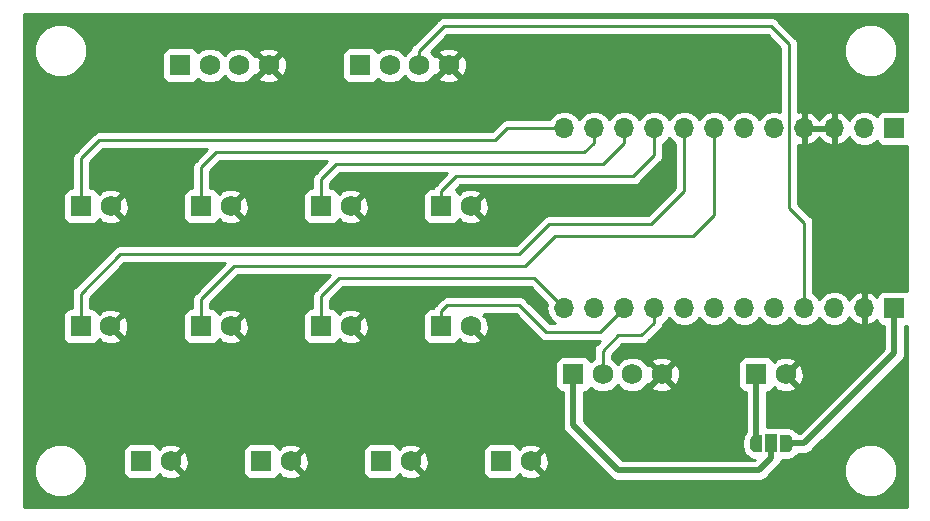
<source format=gbr>
G04 #@! TF.GenerationSoftware,KiCad,Pcbnew,(5.0.0)*
G04 #@! TF.CreationDate,2019-08-26T21:19:04-04:00*
G04 #@! TF.ProjectId,ProMicro-Breakout+RGB,50726F4D6963726F2D427265616B6F75,rev?*
G04 #@! TF.SameCoordinates,Original*
G04 #@! TF.FileFunction,Copper,L1,Top,Signal*
G04 #@! TF.FilePolarity,Positive*
%FSLAX46Y46*%
G04 Gerber Fmt 4.6, Leading zero omitted, Abs format (unit mm)*
G04 Created by KiCad (PCBNEW (5.0.0)) date 08/26/19 21:19:04*
%MOMM*%
%LPD*%
G01*
G04 APERTURE LIST*
G04 #@! TA.AperFunction,ComponentPad*
%ADD10C,1.750000*%
G04 #@! TD*
G04 #@! TA.AperFunction,ComponentPad*
%ADD11R,1.750000X1.750000*%
G04 #@! TD*
G04 #@! TA.AperFunction,ComponentPad*
%ADD12O,1.700000X1.700000*%
G04 #@! TD*
G04 #@! TA.AperFunction,ComponentPad*
%ADD13R,1.700000X1.700000*%
G04 #@! TD*
G04 #@! TA.AperFunction,SMDPad,CuDef*
%ADD14C,0.500000*%
G04 #@! TD*
G04 #@! TA.AperFunction,Conductor*
%ADD15C,0.100000*%
G04 #@! TD*
G04 #@! TA.AperFunction,SMDPad,CuDef*
%ADD16R,1.000000X1.500000*%
G04 #@! TD*
G04 #@! TA.AperFunction,Conductor*
%ADD17C,0.500000*%
G04 #@! TD*
G04 #@! TA.AperFunction,Conductor*
%ADD18C,0.250000*%
G04 #@! TD*
G04 #@! TA.AperFunction,Conductor*
%ADD19C,0.254000*%
G04 #@! TD*
G04 APERTURE END LIST*
D10*
G04 #@! TO.P,J2,4*
G04 #@! TO.N,GND*
X128150000Y-95250000D03*
G04 #@! TO.P,J2,3*
G04 #@! TO.N,+5V*
X125650000Y-95250000D03*
G04 #@! TO.P,J2,2*
G04 #@! TO.N,/QE2B*
X123150000Y-95250000D03*
D11*
G04 #@! TO.P,J2,1*
G04 #@! TO.N,/QE2A*
X120650000Y-95250000D03*
G04 #@! TD*
D10*
G04 #@! TO.P,J5,2*
G04 #@! TO.N,GND*
X130008000Y-128778000D03*
D11*
G04 #@! TO.P,J5,1*
G04 #@! TO.N,/B3*
X127508000Y-128778000D03*
G04 #@! TD*
G04 #@! TO.P,J12,1*
G04 #@! TO.N,/B8*
X112228000Y-117348000D03*
D10*
G04 #@! TO.P,J12,2*
G04 #@! TO.N,GND*
X114728000Y-117348000D03*
G04 #@! TD*
G04 #@! TO.P,J3,2*
G04 #@! TO.N,GND*
X150328000Y-128778000D03*
D11*
G04 #@! TO.P,J3,1*
G04 #@! TO.N,/B1*
X147828000Y-128778000D03*
G04 #@! TD*
G04 #@! TO.P,J4,1*
G04 #@! TO.N,/B2*
X137668000Y-128778000D03*
D10*
G04 #@! TO.P,J4,2*
G04 #@! TO.N,GND*
X140168000Y-128778000D03*
G04 #@! TD*
G04 #@! TO.P,J6,2*
G04 #@! TO.N,GND*
X119848000Y-128778000D03*
D11*
G04 #@! TO.P,J6,1*
G04 #@! TO.N,/B4*
X117348000Y-128778000D03*
G04 #@! TD*
G04 #@! TO.P,J17,1*
G04 #@! TO.N,/B12*
X112268000Y-107188000D03*
D10*
G04 #@! TO.P,J17,2*
G04 #@! TO.N,GND*
X114768000Y-107188000D03*
G04 #@! TD*
G04 #@! TO.P,J16,2*
G04 #@! TO.N,GND*
X124928000Y-107188000D03*
D11*
G04 #@! TO.P,J16,1*
G04 #@! TO.N,/B11*
X122428000Y-107188000D03*
G04 #@! TD*
G04 #@! TO.P,J15,1*
G04 #@! TO.N,/B10*
X132588000Y-107188000D03*
D10*
G04 #@! TO.P,J15,2*
G04 #@! TO.N,GND*
X135088000Y-107188000D03*
G04 #@! TD*
G04 #@! TO.P,J14,2*
G04 #@! TO.N,GND*
X145248000Y-107188000D03*
D11*
G04 #@! TO.P,J14,1*
G04 #@! TO.N,/B9*
X142748000Y-107188000D03*
G04 #@! TD*
G04 #@! TO.P,J11,1*
G04 #@! TO.N,/B7*
X122428000Y-117348000D03*
D10*
G04 #@! TO.P,J11,2*
G04 #@! TO.N,GND*
X124928000Y-117348000D03*
G04 #@! TD*
G04 #@! TO.P,J9,2*
G04 #@! TO.N,GND*
X135088000Y-117348000D03*
D11*
G04 #@! TO.P,J9,1*
G04 #@! TO.N,/B6*
X132588000Y-117348000D03*
G04 #@! TD*
G04 #@! TO.P,J8,1*
G04 #@! TO.N,/B5*
X142748000Y-117348000D03*
D10*
G04 #@! TO.P,J8,2*
G04 #@! TO.N,GND*
X145248000Y-117348000D03*
G04 #@! TD*
G04 #@! TO.P,J18,4*
G04 #@! TO.N,GND*
X161424000Y-121412000D03*
G04 #@! TO.P,J18,3*
G04 #@! TO.N,/LDAT*
X158924000Y-121412000D03*
G04 #@! TO.P,J18,2*
G04 #@! TO.N,/LCLK*
X156424000Y-121412000D03*
D11*
G04 #@! TO.P,J18,1*
G04 #@! TO.N,/LED+*
X153924000Y-121412000D03*
G04 #@! TD*
D12*
G04 #@! TO.P,J7,12*
G04 #@! TO.N,/B12*
X153162000Y-100584000D03*
G04 #@! TO.P,J7,11*
G04 #@! TO.N,/B11*
X155702000Y-100584000D03*
G04 #@! TO.P,J7,10*
G04 #@! TO.N,/B10*
X158242000Y-100584000D03*
G04 #@! TO.P,J7,9*
G04 #@! TO.N,/B9*
X160782000Y-100584000D03*
G04 #@! TO.P,J7,8*
G04 #@! TO.N,/B8*
X163322000Y-100584000D03*
G04 #@! TO.P,J7,7*
G04 #@! TO.N,/B7*
X165862000Y-100584000D03*
G04 #@! TO.P,J7,6*
G04 #@! TO.N,/QE2B*
X168402000Y-100584000D03*
G04 #@! TO.P,J7,5*
G04 #@! TO.N,/QE2A*
X170942000Y-100584000D03*
G04 #@! TO.P,J7,4*
G04 #@! TO.N,GND*
X173482000Y-100584000D03*
G04 #@! TO.P,J7,3*
X176022000Y-100584000D03*
G04 #@! TO.P,J7,2*
G04 #@! TO.N,/QE1B*
X178562000Y-100584000D03*
D13*
G04 #@! TO.P,J7,1*
G04 #@! TO.N,/QE1A*
X181102000Y-100584000D03*
G04 #@! TD*
G04 #@! TO.P,J10,1*
G04 #@! TO.N,VBUS*
X181102000Y-115824000D03*
D12*
G04 #@! TO.P,J10,2*
G04 #@! TO.N,GND*
X178562000Y-115824000D03*
G04 #@! TO.P,J10,3*
G04 #@! TO.N,Net-(J10-Pad3)*
X176022000Y-115824000D03*
G04 #@! TO.P,J10,4*
G04 #@! TO.N,+5V*
X173482000Y-115824000D03*
G04 #@! TO.P,J10,5*
G04 #@! TO.N,/B1*
X170942000Y-115824000D03*
G04 #@! TO.P,J10,6*
G04 #@! TO.N,/B2*
X168402000Y-115824000D03*
G04 #@! TO.P,J10,7*
G04 #@! TO.N,/B3*
X165862000Y-115824000D03*
G04 #@! TO.P,J10,8*
G04 #@! TO.N,/B4*
X163322000Y-115824000D03*
G04 #@! TO.P,J10,9*
G04 #@! TO.N,/LCLK*
X160782000Y-115824000D03*
G04 #@! TO.P,J10,10*
G04 #@! TO.N,/B5*
X158242000Y-115824000D03*
G04 #@! TO.P,J10,11*
G04 #@! TO.N,/LDAT*
X155702000Y-115824000D03*
G04 #@! TO.P,J10,12*
G04 #@! TO.N,/B6*
X153162000Y-115824000D03*
G04 #@! TD*
D10*
G04 #@! TO.P,J13,2*
G04 #@! TO.N,GND*
X171918000Y-121412000D03*
D11*
G04 #@! TO.P,J13,1*
G04 #@! TO.N,+5P*
X169418000Y-121412000D03*
G04 #@! TD*
G04 #@! TO.P,J1,1*
G04 #@! TO.N,/QE1A*
X135890000Y-95250000D03*
D10*
G04 #@! TO.P,J1,2*
G04 #@! TO.N,/QE1B*
X138390000Y-95250000D03*
G04 #@! TO.P,J1,3*
G04 #@! TO.N,+5V*
X140890000Y-95250000D03*
G04 #@! TO.P,J1,4*
G04 #@! TO.N,GND*
X143390000Y-95250000D03*
G04 #@! TD*
D14*
G04 #@! TO.P,JP1,1*
G04 #@! TO.N,VBUS*
X171988000Y-127254000D03*
D15*
G04 #@! TD*
G04 #@! TO.N,VBUS*
G04 #@! TO.C,JP1*
G36*
X171438000Y-126504000D02*
X171988000Y-126504000D01*
X171988000Y-126504602D01*
X172012534Y-126504602D01*
X172061365Y-126509412D01*
X172109490Y-126518984D01*
X172156445Y-126533228D01*
X172201778Y-126552005D01*
X172245051Y-126575136D01*
X172285850Y-126602396D01*
X172323779Y-126633524D01*
X172358476Y-126668221D01*
X172389604Y-126706150D01*
X172416864Y-126746949D01*
X172439995Y-126790222D01*
X172458772Y-126835555D01*
X172473016Y-126882510D01*
X172482588Y-126930635D01*
X172487398Y-126979466D01*
X172487398Y-127004000D01*
X172488000Y-127004000D01*
X172488000Y-127504000D01*
X172487398Y-127504000D01*
X172487398Y-127528534D01*
X172482588Y-127577365D01*
X172473016Y-127625490D01*
X172458772Y-127672445D01*
X172439995Y-127717778D01*
X172416864Y-127761051D01*
X172389604Y-127801850D01*
X172358476Y-127839779D01*
X172323779Y-127874476D01*
X172285850Y-127905604D01*
X172245051Y-127932864D01*
X172201778Y-127955995D01*
X172156445Y-127974772D01*
X172109490Y-127989016D01*
X172061365Y-127998588D01*
X172012534Y-128003398D01*
X171988000Y-128003398D01*
X171988000Y-128004000D01*
X171438000Y-128004000D01*
X171438000Y-126504000D01*
X171438000Y-126504000D01*
G37*
D14*
G04 #@! TO.P,JP1,3*
G04 #@! TO.N,+5P*
X169388000Y-127254000D03*
D15*
G04 #@! TD*
G04 #@! TO.N,+5P*
G04 #@! TO.C,JP1*
G36*
X169388000Y-128003398D02*
X169363466Y-128003398D01*
X169314635Y-127998588D01*
X169266510Y-127989016D01*
X169219555Y-127974772D01*
X169174222Y-127955995D01*
X169130949Y-127932864D01*
X169090150Y-127905604D01*
X169052221Y-127874476D01*
X169017524Y-127839779D01*
X168986396Y-127801850D01*
X168959136Y-127761051D01*
X168936005Y-127717778D01*
X168917228Y-127672445D01*
X168902984Y-127625490D01*
X168893412Y-127577365D01*
X168888602Y-127528534D01*
X168888602Y-127504000D01*
X168888000Y-127504000D01*
X168888000Y-127004000D01*
X168888602Y-127004000D01*
X168888602Y-126979466D01*
X168893412Y-126930635D01*
X168902984Y-126882510D01*
X168917228Y-126835555D01*
X168936005Y-126790222D01*
X168959136Y-126746949D01*
X168986396Y-126706150D01*
X169017524Y-126668221D01*
X169052221Y-126633524D01*
X169090150Y-126602396D01*
X169130949Y-126575136D01*
X169174222Y-126552005D01*
X169219555Y-126533228D01*
X169266510Y-126518984D01*
X169314635Y-126509412D01*
X169363466Y-126504602D01*
X169388000Y-126504602D01*
X169388000Y-126504000D01*
X169938000Y-126504000D01*
X169938000Y-128004000D01*
X169388000Y-128004000D01*
X169388000Y-128003398D01*
X169388000Y-128003398D01*
G37*
D16*
G04 #@! TO.P,JP1,2*
G04 #@! TO.N,/LED+*
X170688000Y-127254000D03*
G04 #@! TD*
D17*
G04 #@! TO.N,GND*
X124968000Y-107148000D02*
X124928000Y-107188000D01*
D18*
G04 #@! TO.N,/B8*
X163322000Y-105918000D02*
X160528000Y-108712000D01*
X160528000Y-108712000D02*
X151892000Y-108712000D01*
X151892000Y-108712000D02*
X149352000Y-111252000D01*
X112228000Y-114594000D02*
X112228000Y-117348000D01*
X149352000Y-111252000D02*
X115570000Y-111252000D01*
X115570000Y-111252000D02*
X112228000Y-114594000D01*
X163322000Y-105918000D02*
X163322000Y-100584000D01*
D17*
G04 #@! TO.N,VBUS*
X181102000Y-119634000D02*
X181102000Y-115824000D01*
X171988000Y-127254000D02*
X173482000Y-127254000D01*
X173482000Y-127254000D02*
X181102000Y-119634000D01*
G04 #@! TO.N,/LED+*
X153924000Y-125730000D02*
X157734000Y-129540000D01*
X153924000Y-125730000D02*
X153924000Y-121412000D01*
X169672000Y-129520000D02*
X169672000Y-129540000D01*
X170688000Y-128504000D02*
X169672000Y-129520000D01*
X170688000Y-127254000D02*
X170688000Y-128504000D01*
X157734000Y-129540000D02*
X169672000Y-129540000D01*
D18*
G04 #@! TO.N,+5V*
X140890000Y-94012564D02*
X140890000Y-95250000D01*
X173482000Y-108552999D02*
X172212000Y-107282999D01*
X173482000Y-115824000D02*
X173482000Y-108552999D01*
X172212000Y-107282999D02*
X172212000Y-93472000D01*
X172212000Y-93472000D02*
X170688000Y-91948000D01*
X170688000Y-91948000D02*
X142954564Y-91948000D01*
X142954564Y-91948000D02*
X140890000Y-94012564D01*
G04 #@! TO.N,/B9*
X142748000Y-105918000D02*
X142748000Y-107188000D01*
X144018000Y-104648000D02*
X142748000Y-105918000D01*
X159004000Y-104648000D02*
X144018000Y-104648000D01*
X160782000Y-100584000D02*
X160782000Y-102870000D01*
X160782000Y-102870000D02*
X159004000Y-104648000D01*
G04 #@! TO.N,/B7*
X165862000Y-107950000D02*
X164084000Y-109728000D01*
X122428000Y-115062000D02*
X122428000Y-117348000D01*
X165862000Y-100584000D02*
X165862000Y-107950000D01*
X164084000Y-109728000D02*
X152400000Y-109728000D01*
X152400000Y-109728000D02*
X149860000Y-112268000D01*
X149860000Y-112268000D02*
X125222000Y-112268000D01*
X125222000Y-112268000D02*
X122428000Y-115062000D01*
G04 #@! TO.N,/B6*
X132588000Y-114808000D02*
X132588000Y-117348000D01*
X134112000Y-113284000D02*
X132588000Y-114808000D01*
X152312001Y-114974001D02*
X150622000Y-113284000D01*
X153162000Y-115824000D02*
X152312001Y-114974001D01*
X150622000Y-113284000D02*
X134112000Y-113284000D01*
G04 #@! TO.N,/B5*
X142748000Y-116078000D02*
X142748000Y-117348000D01*
X157734000Y-115570000D02*
X158242000Y-115062000D01*
X143256000Y-115570000D02*
X142748000Y-116078000D01*
X151638000Y-117856000D02*
X149352000Y-115570000D01*
X156210000Y-117856000D02*
X151638000Y-117856000D01*
X158242000Y-115824000D02*
X156210000Y-117856000D01*
X143256000Y-115570000D02*
X149352000Y-115570000D01*
D17*
G04 #@! TO.N,+5P*
X169418000Y-127224000D02*
X169388000Y-127254000D01*
X169418000Y-121412000D02*
X169418000Y-127224000D01*
D18*
G04 #@! TO.N,/LCLK*
X160782000Y-117026081D02*
X159698081Y-118110000D01*
X160782000Y-115824000D02*
X160782000Y-117026081D01*
X159698081Y-118110000D02*
X157734000Y-118110000D01*
X156424000Y-119420000D02*
X156424000Y-121412000D01*
X157734000Y-118110000D02*
X156424000Y-119420000D01*
G04 #@! TO.N,/B10*
X132588000Y-104902000D02*
X132588000Y-107188000D01*
X156464000Y-103632000D02*
X133858000Y-103632000D01*
X133858000Y-103632000D02*
X132588000Y-104902000D01*
X158242000Y-101854000D02*
X156464000Y-103632000D01*
X158242000Y-100584000D02*
X158242000Y-101854000D01*
G04 #@! TO.N,/B11*
X122428000Y-103886000D02*
X122428000Y-107188000D01*
X123698000Y-102616000D02*
X122428000Y-103886000D01*
X154872081Y-102616000D02*
X123698000Y-102616000D01*
X155702000Y-101786081D02*
X154872081Y-102616000D01*
X155702000Y-100584000D02*
X155702000Y-101786081D01*
G04 #@! TO.N,/B12*
X112268000Y-103124000D02*
X113792000Y-101600000D01*
X112268000Y-107188000D02*
X112268000Y-103124000D01*
X148336000Y-100584000D02*
X147320000Y-101600000D01*
X153162000Y-100584000D02*
X148336000Y-100584000D01*
X147320000Y-101600000D02*
X113792000Y-101600000D01*
G04 #@! TD*
D19*
G04 #@! TO.N,GND*
G36*
X182170000Y-99129922D02*
X181952000Y-99086560D01*
X180252000Y-99086560D01*
X180004235Y-99135843D01*
X179794191Y-99276191D01*
X179653843Y-99486235D01*
X179644816Y-99531619D01*
X179632625Y-99513375D01*
X179141418Y-99185161D01*
X178708256Y-99099000D01*
X178415744Y-99099000D01*
X177982582Y-99185161D01*
X177491375Y-99513375D01*
X177278157Y-99832478D01*
X177217183Y-99702642D01*
X176788924Y-99312355D01*
X176378890Y-99142524D01*
X176149000Y-99263845D01*
X176149000Y-100457000D01*
X176169000Y-100457000D01*
X176169000Y-100711000D01*
X176149000Y-100711000D01*
X176149000Y-101904155D01*
X176378890Y-102025476D01*
X176788924Y-101855645D01*
X177217183Y-101465358D01*
X177278157Y-101335522D01*
X177491375Y-101654625D01*
X177982582Y-101982839D01*
X178415744Y-102069000D01*
X178708256Y-102069000D01*
X179141418Y-101982839D01*
X179632625Y-101654625D01*
X179644816Y-101636381D01*
X179653843Y-101681765D01*
X179794191Y-101891809D01*
X180004235Y-102032157D01*
X180252000Y-102081440D01*
X181952000Y-102081440D01*
X182170000Y-102038078D01*
X182170001Y-114369923D01*
X181952000Y-114326560D01*
X180252000Y-114326560D01*
X180004235Y-114375843D01*
X179794191Y-114516191D01*
X179653843Y-114726235D01*
X179633261Y-114829708D01*
X179328924Y-114552355D01*
X178918890Y-114382524D01*
X178689000Y-114503845D01*
X178689000Y-115697000D01*
X178709000Y-115697000D01*
X178709000Y-115951000D01*
X178689000Y-115951000D01*
X178689000Y-117144155D01*
X178918890Y-117265476D01*
X179328924Y-117095645D01*
X179633261Y-116818292D01*
X179653843Y-116921765D01*
X179794191Y-117131809D01*
X180004235Y-117272157D01*
X180217001Y-117314478D01*
X180217000Y-119267421D01*
X173115422Y-126369000D01*
X172940825Y-126369000D01*
X172912831Y-126327104D01*
X172832314Y-126228994D01*
X172763006Y-126159686D01*
X172664896Y-126079169D01*
X172583397Y-126024713D01*
X172471460Y-125964881D01*
X172380904Y-125927372D01*
X172259451Y-125890530D01*
X172163318Y-125871408D01*
X172037009Y-125858968D01*
X172000106Y-125858968D01*
X171988000Y-125856560D01*
X171438000Y-125856560D01*
X171313000Y-125881424D01*
X171188000Y-125856560D01*
X170303000Y-125856560D01*
X170303000Y-122932451D01*
X170540765Y-122885157D01*
X170750809Y-122744809D01*
X170881475Y-122549255D01*
X170920914Y-122588694D01*
X171035546Y-122474062D01*
X171118884Y-122727953D01*
X171683306Y-122933590D01*
X172283458Y-122907579D01*
X172717116Y-122727953D01*
X172800455Y-122474060D01*
X171918000Y-121591605D01*
X171903858Y-121605748D01*
X171724253Y-121426143D01*
X171738395Y-121412000D01*
X172097605Y-121412000D01*
X172980060Y-122294455D01*
X173233953Y-122211116D01*
X173439590Y-121646694D01*
X173413579Y-121046542D01*
X173233953Y-120612884D01*
X172980060Y-120529545D01*
X172097605Y-121412000D01*
X171738395Y-121412000D01*
X171724253Y-121397858D01*
X171903858Y-121218253D01*
X171918000Y-121232395D01*
X172800455Y-120349940D01*
X172717116Y-120096047D01*
X172152694Y-119890410D01*
X171552542Y-119916421D01*
X171118884Y-120096047D01*
X171035546Y-120349938D01*
X170920914Y-120235306D01*
X170881475Y-120274745D01*
X170750809Y-120079191D01*
X170540765Y-119938843D01*
X170293000Y-119889560D01*
X168543000Y-119889560D01*
X168295235Y-119938843D01*
X168085191Y-120079191D01*
X167944843Y-120289235D01*
X167895560Y-120537000D01*
X167895560Y-122287000D01*
X167944843Y-122534765D01*
X168085191Y-122744809D01*
X168295235Y-122885157D01*
X168533000Y-122932451D01*
X168533001Y-126242014D01*
X168463169Y-126327104D01*
X168408713Y-126408603D01*
X168348881Y-126520540D01*
X168311372Y-126611096D01*
X168274530Y-126732549D01*
X168255408Y-126828682D01*
X168242968Y-126954991D01*
X168242968Y-126991894D01*
X168240560Y-127004000D01*
X168240560Y-127504000D01*
X168242968Y-127516106D01*
X168242968Y-127553009D01*
X168255408Y-127679318D01*
X168274530Y-127775451D01*
X168311372Y-127896904D01*
X168348881Y-127987460D01*
X168408713Y-128099397D01*
X168463169Y-128180896D01*
X168543686Y-128279006D01*
X168612994Y-128348314D01*
X168711104Y-128428831D01*
X168792603Y-128483287D01*
X168904540Y-128543119D01*
X168995096Y-128580628D01*
X169116549Y-128617470D01*
X169212682Y-128636592D01*
X169295658Y-128644764D01*
X169285422Y-128655000D01*
X158100579Y-128655000D01*
X154809000Y-125363422D01*
X154809000Y-122932451D01*
X155046765Y-122885157D01*
X155256809Y-122744809D01*
X155397157Y-122534765D01*
X155399504Y-122522966D01*
X155568654Y-122692116D01*
X156123642Y-122922000D01*
X156724358Y-122922000D01*
X157279346Y-122692116D01*
X157674000Y-122297462D01*
X158068654Y-122692116D01*
X158623642Y-122922000D01*
X159224358Y-122922000D01*
X159779346Y-122692116D01*
X159997402Y-122474060D01*
X160541545Y-122474060D01*
X160624884Y-122727953D01*
X161189306Y-122933590D01*
X161789458Y-122907579D01*
X162223116Y-122727953D01*
X162306455Y-122474060D01*
X161424000Y-121591605D01*
X160541545Y-122474060D01*
X159997402Y-122474060D01*
X160204116Y-122267346D01*
X160213121Y-122245606D01*
X160361940Y-122294455D01*
X161244395Y-121412000D01*
X161603605Y-121412000D01*
X162486060Y-122294455D01*
X162739953Y-122211116D01*
X162945590Y-121646694D01*
X162919579Y-121046542D01*
X162739953Y-120612884D01*
X162486060Y-120529545D01*
X161603605Y-121412000D01*
X161244395Y-121412000D01*
X160361940Y-120529545D01*
X160213121Y-120578394D01*
X160204116Y-120556654D01*
X159997402Y-120349940D01*
X160541545Y-120349940D01*
X161424000Y-121232395D01*
X162306455Y-120349940D01*
X162223116Y-120096047D01*
X161658694Y-119890410D01*
X161058542Y-119916421D01*
X160624884Y-120096047D01*
X160541545Y-120349940D01*
X159997402Y-120349940D01*
X159779346Y-120131884D01*
X159224358Y-119902000D01*
X158623642Y-119902000D01*
X158068654Y-120131884D01*
X157674000Y-120526538D01*
X157279346Y-120131884D01*
X157184000Y-120092390D01*
X157184000Y-119734801D01*
X158048802Y-118870000D01*
X159623234Y-118870000D01*
X159698081Y-118884888D01*
X159772928Y-118870000D01*
X159772933Y-118870000D01*
X159994618Y-118825904D01*
X160246010Y-118657929D01*
X160288412Y-118594470D01*
X161266473Y-117616410D01*
X161329929Y-117574010D01*
X161497904Y-117322618D01*
X161541714Y-117102369D01*
X161852625Y-116894625D01*
X162052000Y-116596239D01*
X162251375Y-116894625D01*
X162742582Y-117222839D01*
X163175744Y-117309000D01*
X163468256Y-117309000D01*
X163901418Y-117222839D01*
X164392625Y-116894625D01*
X164592000Y-116596239D01*
X164791375Y-116894625D01*
X165282582Y-117222839D01*
X165715744Y-117309000D01*
X166008256Y-117309000D01*
X166441418Y-117222839D01*
X166932625Y-116894625D01*
X167132000Y-116596239D01*
X167331375Y-116894625D01*
X167822582Y-117222839D01*
X168255744Y-117309000D01*
X168548256Y-117309000D01*
X168981418Y-117222839D01*
X169472625Y-116894625D01*
X169672000Y-116596239D01*
X169871375Y-116894625D01*
X170362582Y-117222839D01*
X170795744Y-117309000D01*
X171088256Y-117309000D01*
X171521418Y-117222839D01*
X172012625Y-116894625D01*
X172212000Y-116596239D01*
X172411375Y-116894625D01*
X172902582Y-117222839D01*
X173335744Y-117309000D01*
X173628256Y-117309000D01*
X174061418Y-117222839D01*
X174552625Y-116894625D01*
X174752000Y-116596239D01*
X174951375Y-116894625D01*
X175442582Y-117222839D01*
X175875744Y-117309000D01*
X176168256Y-117309000D01*
X176601418Y-117222839D01*
X177092625Y-116894625D01*
X177305843Y-116575522D01*
X177366817Y-116705358D01*
X177795076Y-117095645D01*
X178205110Y-117265476D01*
X178435000Y-117144155D01*
X178435000Y-115951000D01*
X178415000Y-115951000D01*
X178415000Y-115697000D01*
X178435000Y-115697000D01*
X178435000Y-114503845D01*
X178205110Y-114382524D01*
X177795076Y-114552355D01*
X177366817Y-114942642D01*
X177305843Y-115072478D01*
X177092625Y-114753375D01*
X176601418Y-114425161D01*
X176168256Y-114339000D01*
X175875744Y-114339000D01*
X175442582Y-114425161D01*
X174951375Y-114753375D01*
X174752000Y-115051761D01*
X174552625Y-114753375D01*
X174242000Y-114545822D01*
X174242000Y-108627845D01*
X174256888Y-108552998D01*
X174242000Y-108478151D01*
X174242000Y-108478147D01*
X174197904Y-108256462D01*
X174029929Y-108005070D01*
X173966473Y-107962670D01*
X172972000Y-106968198D01*
X172972000Y-101962060D01*
X173125110Y-102025476D01*
X173355000Y-101904155D01*
X173355000Y-100711000D01*
X173609000Y-100711000D01*
X173609000Y-101904155D01*
X173838890Y-102025476D01*
X174248924Y-101855645D01*
X174677183Y-101465358D01*
X174752000Y-101306046D01*
X174826817Y-101465358D01*
X175255076Y-101855645D01*
X175665110Y-102025476D01*
X175895000Y-101904155D01*
X175895000Y-100711000D01*
X173609000Y-100711000D01*
X173355000Y-100711000D01*
X173335000Y-100711000D01*
X173335000Y-100457000D01*
X173355000Y-100457000D01*
X173355000Y-99263845D01*
X173609000Y-99263845D01*
X173609000Y-100457000D01*
X175895000Y-100457000D01*
X175895000Y-99263845D01*
X175665110Y-99142524D01*
X175255076Y-99312355D01*
X174826817Y-99702642D01*
X174752000Y-99861954D01*
X174677183Y-99702642D01*
X174248924Y-99312355D01*
X173838890Y-99142524D01*
X173609000Y-99263845D01*
X173355000Y-99263845D01*
X173125110Y-99142524D01*
X172972000Y-99205940D01*
X172972000Y-93546846D01*
X172974270Y-93535431D01*
X176835000Y-93535431D01*
X176835000Y-94424569D01*
X177175259Y-95246026D01*
X177803974Y-95874741D01*
X178625431Y-96215000D01*
X179514569Y-96215000D01*
X180336026Y-95874741D01*
X180964741Y-95246026D01*
X181305000Y-94424569D01*
X181305000Y-93535431D01*
X180964741Y-92713974D01*
X180336026Y-92085259D01*
X179514569Y-91745000D01*
X178625431Y-91745000D01*
X177803974Y-92085259D01*
X177175259Y-92713974D01*
X176835000Y-93535431D01*
X172974270Y-93535431D01*
X172986888Y-93471999D01*
X172972000Y-93397152D01*
X172972000Y-93397148D01*
X172927904Y-93175463D01*
X172886102Y-93112902D01*
X172802329Y-92987526D01*
X172802327Y-92987524D01*
X172759929Y-92924071D01*
X172696476Y-92881673D01*
X171278331Y-91463530D01*
X171235929Y-91400071D01*
X170984537Y-91232096D01*
X170762852Y-91188000D01*
X170762847Y-91188000D01*
X170688000Y-91173112D01*
X170613153Y-91188000D01*
X143029410Y-91188000D01*
X142954563Y-91173112D01*
X142879716Y-91188000D01*
X142879712Y-91188000D01*
X142658027Y-91232096D01*
X142658025Y-91232097D01*
X142658026Y-91232097D01*
X142470090Y-91357671D01*
X142470088Y-91357673D01*
X142406635Y-91400071D01*
X142364237Y-91463524D01*
X140405530Y-93422233D01*
X140342071Y-93464635D01*
X140174096Y-93716028D01*
X140131587Y-93929733D01*
X140034654Y-93969884D01*
X139640000Y-94364538D01*
X139245346Y-93969884D01*
X138690358Y-93740000D01*
X138089642Y-93740000D01*
X137534654Y-93969884D01*
X137365504Y-94139034D01*
X137363157Y-94127235D01*
X137222809Y-93917191D01*
X137012765Y-93776843D01*
X136765000Y-93727560D01*
X135015000Y-93727560D01*
X134767235Y-93776843D01*
X134557191Y-93917191D01*
X134416843Y-94127235D01*
X134367560Y-94375000D01*
X134367560Y-96125000D01*
X134416843Y-96372765D01*
X134557191Y-96582809D01*
X134767235Y-96723157D01*
X135015000Y-96772440D01*
X136765000Y-96772440D01*
X137012765Y-96723157D01*
X137222809Y-96582809D01*
X137363157Y-96372765D01*
X137365504Y-96360966D01*
X137534654Y-96530116D01*
X138089642Y-96760000D01*
X138690358Y-96760000D01*
X139245346Y-96530116D01*
X139640000Y-96135462D01*
X140034654Y-96530116D01*
X140589642Y-96760000D01*
X141190358Y-96760000D01*
X141745346Y-96530116D01*
X141963402Y-96312060D01*
X142507545Y-96312060D01*
X142590884Y-96565953D01*
X143155306Y-96771590D01*
X143755458Y-96745579D01*
X144189116Y-96565953D01*
X144272455Y-96312060D01*
X143390000Y-95429605D01*
X142507545Y-96312060D01*
X141963402Y-96312060D01*
X142170116Y-96105346D01*
X142179121Y-96083606D01*
X142327940Y-96132455D01*
X143210395Y-95250000D01*
X143569605Y-95250000D01*
X144452060Y-96132455D01*
X144705953Y-96049116D01*
X144911590Y-95484694D01*
X144885579Y-94884542D01*
X144705953Y-94450884D01*
X144452060Y-94367545D01*
X143569605Y-95250000D01*
X143210395Y-95250000D01*
X142327940Y-94367545D01*
X142179121Y-94416394D01*
X142170116Y-94394654D01*
X141963402Y-94187940D01*
X142507545Y-94187940D01*
X143390000Y-95070395D01*
X144272455Y-94187940D01*
X144189116Y-93934047D01*
X143624694Y-93728410D01*
X143024542Y-93754421D01*
X142590884Y-93934047D01*
X142507545Y-94187940D01*
X141963402Y-94187940D01*
X141876414Y-94100952D01*
X143269367Y-92708000D01*
X170373199Y-92708000D01*
X171452001Y-93786804D01*
X171452001Y-99171353D01*
X171088256Y-99099000D01*
X170795744Y-99099000D01*
X170362582Y-99185161D01*
X169871375Y-99513375D01*
X169672000Y-99811761D01*
X169472625Y-99513375D01*
X168981418Y-99185161D01*
X168548256Y-99099000D01*
X168255744Y-99099000D01*
X167822582Y-99185161D01*
X167331375Y-99513375D01*
X167132000Y-99811761D01*
X166932625Y-99513375D01*
X166441418Y-99185161D01*
X166008256Y-99099000D01*
X165715744Y-99099000D01*
X165282582Y-99185161D01*
X164791375Y-99513375D01*
X164592000Y-99811761D01*
X164392625Y-99513375D01*
X163901418Y-99185161D01*
X163468256Y-99099000D01*
X163175744Y-99099000D01*
X162742582Y-99185161D01*
X162251375Y-99513375D01*
X162052000Y-99811761D01*
X161852625Y-99513375D01*
X161361418Y-99185161D01*
X160928256Y-99099000D01*
X160635744Y-99099000D01*
X160202582Y-99185161D01*
X159711375Y-99513375D01*
X159512000Y-99811761D01*
X159312625Y-99513375D01*
X158821418Y-99185161D01*
X158388256Y-99099000D01*
X158095744Y-99099000D01*
X157662582Y-99185161D01*
X157171375Y-99513375D01*
X156972000Y-99811761D01*
X156772625Y-99513375D01*
X156281418Y-99185161D01*
X155848256Y-99099000D01*
X155555744Y-99099000D01*
X155122582Y-99185161D01*
X154631375Y-99513375D01*
X154432000Y-99811761D01*
X154232625Y-99513375D01*
X153741418Y-99185161D01*
X153308256Y-99099000D01*
X153015744Y-99099000D01*
X152582582Y-99185161D01*
X152091375Y-99513375D01*
X151883822Y-99824000D01*
X148410847Y-99824000D01*
X148336000Y-99809112D01*
X148261153Y-99824000D01*
X148261148Y-99824000D01*
X148039463Y-99868096D01*
X147788071Y-100036071D01*
X147745671Y-100099527D01*
X147005199Y-100840000D01*
X113866846Y-100840000D01*
X113791999Y-100825112D01*
X113717152Y-100840000D01*
X113717148Y-100840000D01*
X113495463Y-100884096D01*
X113495461Y-100884097D01*
X113495462Y-100884097D01*
X113307526Y-101009671D01*
X113307524Y-101009673D01*
X113244071Y-101052071D01*
X113201673Y-101115524D01*
X111783528Y-102533671D01*
X111720072Y-102576071D01*
X111677672Y-102639527D01*
X111677671Y-102639528D01*
X111552097Y-102827463D01*
X111493112Y-103124000D01*
X111508001Y-103198852D01*
X111508000Y-105665560D01*
X111393000Y-105665560D01*
X111145235Y-105714843D01*
X110935191Y-105855191D01*
X110794843Y-106065235D01*
X110745560Y-106313000D01*
X110745560Y-108063000D01*
X110794843Y-108310765D01*
X110935191Y-108520809D01*
X111145235Y-108661157D01*
X111393000Y-108710440D01*
X113143000Y-108710440D01*
X113390765Y-108661157D01*
X113600809Y-108520809D01*
X113731475Y-108325255D01*
X113770914Y-108364694D01*
X113885546Y-108250062D01*
X113968884Y-108503953D01*
X114533306Y-108709590D01*
X115133458Y-108683579D01*
X115567116Y-108503953D01*
X115650455Y-108250060D01*
X114768000Y-107367605D01*
X114753858Y-107381748D01*
X114574253Y-107202143D01*
X114588395Y-107188000D01*
X114947605Y-107188000D01*
X115830060Y-108070455D01*
X116083953Y-107987116D01*
X116289590Y-107422694D01*
X116263579Y-106822542D01*
X116083953Y-106388884D01*
X115830060Y-106305545D01*
X114947605Y-107188000D01*
X114588395Y-107188000D01*
X114574253Y-107173858D01*
X114753858Y-106994253D01*
X114768000Y-107008395D01*
X115650455Y-106125940D01*
X115567116Y-105872047D01*
X115002694Y-105666410D01*
X114402542Y-105692421D01*
X113968884Y-105872047D01*
X113885546Y-106125938D01*
X113770914Y-106011306D01*
X113731475Y-106050745D01*
X113600809Y-105855191D01*
X113390765Y-105714843D01*
X113143000Y-105665560D01*
X113028000Y-105665560D01*
X113028000Y-103438801D01*
X114106803Y-102360000D01*
X122879198Y-102360000D01*
X121943530Y-103295669D01*
X121880071Y-103338071D01*
X121712096Y-103589464D01*
X121668000Y-103811149D01*
X121668000Y-103811153D01*
X121653112Y-103886000D01*
X121668000Y-103960847D01*
X121668001Y-105665560D01*
X121553000Y-105665560D01*
X121305235Y-105714843D01*
X121095191Y-105855191D01*
X120954843Y-106065235D01*
X120905560Y-106313000D01*
X120905560Y-108063000D01*
X120954843Y-108310765D01*
X121095191Y-108520809D01*
X121305235Y-108661157D01*
X121553000Y-108710440D01*
X123303000Y-108710440D01*
X123550765Y-108661157D01*
X123760809Y-108520809D01*
X123891475Y-108325255D01*
X123930914Y-108364694D01*
X124045546Y-108250062D01*
X124128884Y-108503953D01*
X124693306Y-108709590D01*
X125293458Y-108683579D01*
X125727116Y-108503953D01*
X125810455Y-108250060D01*
X124928000Y-107367605D01*
X124913858Y-107381748D01*
X124734253Y-107202143D01*
X124748395Y-107188000D01*
X125107605Y-107188000D01*
X125990060Y-108070455D01*
X126243953Y-107987116D01*
X126449590Y-107422694D01*
X126423579Y-106822542D01*
X126243953Y-106388884D01*
X125990060Y-106305545D01*
X125107605Y-107188000D01*
X124748395Y-107188000D01*
X124734253Y-107173858D01*
X124913858Y-106994253D01*
X124928000Y-107008395D01*
X125810455Y-106125940D01*
X125727116Y-105872047D01*
X125162694Y-105666410D01*
X124562542Y-105692421D01*
X124128884Y-105872047D01*
X124045546Y-106125938D01*
X123930914Y-106011306D01*
X123891475Y-106050745D01*
X123760809Y-105855191D01*
X123550765Y-105714843D01*
X123303000Y-105665560D01*
X123188000Y-105665560D01*
X123188000Y-104200801D01*
X124012802Y-103376000D01*
X133039198Y-103376000D01*
X132103530Y-104311669D01*
X132040071Y-104354071D01*
X131872096Y-104605464D01*
X131828000Y-104827149D01*
X131828000Y-104827153D01*
X131813112Y-104902000D01*
X131828000Y-104976847D01*
X131828000Y-105665560D01*
X131713000Y-105665560D01*
X131465235Y-105714843D01*
X131255191Y-105855191D01*
X131114843Y-106065235D01*
X131065560Y-106313000D01*
X131065560Y-108063000D01*
X131114843Y-108310765D01*
X131255191Y-108520809D01*
X131465235Y-108661157D01*
X131713000Y-108710440D01*
X133463000Y-108710440D01*
X133710765Y-108661157D01*
X133920809Y-108520809D01*
X134051475Y-108325255D01*
X134090914Y-108364694D01*
X134205546Y-108250062D01*
X134288884Y-108503953D01*
X134853306Y-108709590D01*
X135453458Y-108683579D01*
X135887116Y-108503953D01*
X135970455Y-108250060D01*
X135088000Y-107367605D01*
X135073858Y-107381748D01*
X134894253Y-107202143D01*
X134908395Y-107188000D01*
X135267605Y-107188000D01*
X136150060Y-108070455D01*
X136403953Y-107987116D01*
X136609590Y-107422694D01*
X136583579Y-106822542D01*
X136403953Y-106388884D01*
X136150060Y-106305545D01*
X135267605Y-107188000D01*
X134908395Y-107188000D01*
X134894253Y-107173858D01*
X135073858Y-106994253D01*
X135088000Y-107008395D01*
X135970455Y-106125940D01*
X135887116Y-105872047D01*
X135322694Y-105666410D01*
X134722542Y-105692421D01*
X134288884Y-105872047D01*
X134205546Y-106125938D01*
X134090914Y-106011306D01*
X134051475Y-106050745D01*
X133920809Y-105855191D01*
X133710765Y-105714843D01*
X133463000Y-105665560D01*
X133348000Y-105665560D01*
X133348000Y-105216801D01*
X134172802Y-104392000D01*
X143199198Y-104392000D01*
X142263530Y-105327669D01*
X142200071Y-105370071D01*
X142032096Y-105621464D01*
X142023325Y-105665560D01*
X141873000Y-105665560D01*
X141625235Y-105714843D01*
X141415191Y-105855191D01*
X141274843Y-106065235D01*
X141225560Y-106313000D01*
X141225560Y-108063000D01*
X141274843Y-108310765D01*
X141415191Y-108520809D01*
X141625235Y-108661157D01*
X141873000Y-108710440D01*
X143623000Y-108710440D01*
X143870765Y-108661157D01*
X144080809Y-108520809D01*
X144211475Y-108325255D01*
X144250914Y-108364694D01*
X144365546Y-108250062D01*
X144448884Y-108503953D01*
X145013306Y-108709590D01*
X145613458Y-108683579D01*
X146047116Y-108503953D01*
X146130455Y-108250060D01*
X145248000Y-107367605D01*
X145233858Y-107381748D01*
X145054253Y-107202143D01*
X145068395Y-107188000D01*
X145427605Y-107188000D01*
X146310060Y-108070455D01*
X146563953Y-107987116D01*
X146769590Y-107422694D01*
X146743579Y-106822542D01*
X146563953Y-106388884D01*
X146310060Y-106305545D01*
X145427605Y-107188000D01*
X145068395Y-107188000D01*
X145054253Y-107173858D01*
X145233858Y-106994253D01*
X145248000Y-107008395D01*
X146130455Y-106125940D01*
X146047116Y-105872047D01*
X145482694Y-105666410D01*
X144882542Y-105692421D01*
X144448884Y-105872047D01*
X144365546Y-106125938D01*
X144250914Y-106011306D01*
X144211475Y-106050745D01*
X144080809Y-105855191D01*
X143963796Y-105777005D01*
X144332802Y-105408000D01*
X158929153Y-105408000D01*
X159004000Y-105422888D01*
X159078847Y-105408000D01*
X159078852Y-105408000D01*
X159300537Y-105363904D01*
X159551929Y-105195929D01*
X159594331Y-105132470D01*
X161266473Y-103460329D01*
X161329929Y-103417929D01*
X161372924Y-103353582D01*
X161497904Y-103166538D01*
X161511045Y-103100473D01*
X161542000Y-102944852D01*
X161542000Y-102944848D01*
X161556888Y-102870000D01*
X161542000Y-102795152D01*
X161542000Y-101862178D01*
X161852625Y-101654625D01*
X162052000Y-101356239D01*
X162251375Y-101654625D01*
X162562001Y-101862178D01*
X162562000Y-105603198D01*
X160213199Y-107952000D01*
X151966846Y-107952000D01*
X151891999Y-107937112D01*
X151817152Y-107952000D01*
X151817148Y-107952000D01*
X151595463Y-107996096D01*
X151552427Y-108024852D01*
X151407526Y-108121671D01*
X151407524Y-108121673D01*
X151344071Y-108164071D01*
X151301673Y-108227524D01*
X149037199Y-110492000D01*
X115644848Y-110492000D01*
X115570000Y-110477112D01*
X115495152Y-110492000D01*
X115495148Y-110492000D01*
X115321605Y-110526520D01*
X115273462Y-110536096D01*
X115086418Y-110661076D01*
X115022071Y-110704071D01*
X114979671Y-110767527D01*
X111743530Y-114003669D01*
X111680071Y-114046071D01*
X111512096Y-114297464D01*
X111468000Y-114519149D01*
X111468000Y-114519153D01*
X111453112Y-114594000D01*
X111468000Y-114668847D01*
X111468000Y-115825560D01*
X111353000Y-115825560D01*
X111105235Y-115874843D01*
X110895191Y-116015191D01*
X110754843Y-116225235D01*
X110705560Y-116473000D01*
X110705560Y-118223000D01*
X110754843Y-118470765D01*
X110895191Y-118680809D01*
X111105235Y-118821157D01*
X111353000Y-118870440D01*
X113103000Y-118870440D01*
X113350765Y-118821157D01*
X113560809Y-118680809D01*
X113691475Y-118485255D01*
X113730914Y-118524694D01*
X113845546Y-118410062D01*
X113928884Y-118663953D01*
X114493306Y-118869590D01*
X115093458Y-118843579D01*
X115527116Y-118663953D01*
X115610455Y-118410060D01*
X114728000Y-117527605D01*
X114713858Y-117541748D01*
X114534253Y-117362143D01*
X114548395Y-117348000D01*
X114907605Y-117348000D01*
X115790060Y-118230455D01*
X116043953Y-118147116D01*
X116249590Y-117582694D01*
X116223579Y-116982542D01*
X116043953Y-116548884D01*
X115790060Y-116465545D01*
X114907605Y-117348000D01*
X114548395Y-117348000D01*
X114534253Y-117333858D01*
X114713858Y-117154253D01*
X114728000Y-117168395D01*
X115610455Y-116285940D01*
X115527116Y-116032047D01*
X114962694Y-115826410D01*
X114362542Y-115852421D01*
X113928884Y-116032047D01*
X113845546Y-116285938D01*
X113730914Y-116171306D01*
X113691475Y-116210745D01*
X113560809Y-116015191D01*
X113350765Y-115874843D01*
X113103000Y-115825560D01*
X112988000Y-115825560D01*
X112988000Y-114908801D01*
X115884802Y-112012000D01*
X124403198Y-112012000D01*
X121943530Y-114471669D01*
X121880071Y-114514071D01*
X121712096Y-114765464D01*
X121668000Y-114987149D01*
X121668000Y-114987153D01*
X121653112Y-115062000D01*
X121668000Y-115136847D01*
X121668000Y-115825560D01*
X121553000Y-115825560D01*
X121305235Y-115874843D01*
X121095191Y-116015191D01*
X120954843Y-116225235D01*
X120905560Y-116473000D01*
X120905560Y-118223000D01*
X120954843Y-118470765D01*
X121095191Y-118680809D01*
X121305235Y-118821157D01*
X121553000Y-118870440D01*
X123303000Y-118870440D01*
X123550765Y-118821157D01*
X123760809Y-118680809D01*
X123891475Y-118485255D01*
X123930914Y-118524694D01*
X124045546Y-118410062D01*
X124128884Y-118663953D01*
X124693306Y-118869590D01*
X125293458Y-118843579D01*
X125727116Y-118663953D01*
X125810455Y-118410060D01*
X124928000Y-117527605D01*
X124913858Y-117541748D01*
X124734253Y-117362143D01*
X124748395Y-117348000D01*
X125107605Y-117348000D01*
X125990060Y-118230455D01*
X126243953Y-118147116D01*
X126449590Y-117582694D01*
X126423579Y-116982542D01*
X126243953Y-116548884D01*
X125990060Y-116465545D01*
X125107605Y-117348000D01*
X124748395Y-117348000D01*
X124734253Y-117333858D01*
X124913858Y-117154253D01*
X124928000Y-117168395D01*
X125810455Y-116285940D01*
X125727116Y-116032047D01*
X125162694Y-115826410D01*
X124562542Y-115852421D01*
X124128884Y-116032047D01*
X124045546Y-116285938D01*
X123930914Y-116171306D01*
X123891475Y-116210745D01*
X123760809Y-116015191D01*
X123550765Y-115874843D01*
X123303000Y-115825560D01*
X123188000Y-115825560D01*
X123188000Y-115376801D01*
X125536802Y-113028000D01*
X133293197Y-113028000D01*
X132103530Y-114217669D01*
X132040071Y-114260071D01*
X131872096Y-114511464D01*
X131828000Y-114733149D01*
X131828000Y-114733153D01*
X131813112Y-114808000D01*
X131828000Y-114882847D01*
X131828000Y-115825560D01*
X131713000Y-115825560D01*
X131465235Y-115874843D01*
X131255191Y-116015191D01*
X131114843Y-116225235D01*
X131065560Y-116473000D01*
X131065560Y-118223000D01*
X131114843Y-118470765D01*
X131255191Y-118680809D01*
X131465235Y-118821157D01*
X131713000Y-118870440D01*
X133463000Y-118870440D01*
X133710765Y-118821157D01*
X133920809Y-118680809D01*
X134051475Y-118485255D01*
X134090914Y-118524694D01*
X134205546Y-118410062D01*
X134288884Y-118663953D01*
X134853306Y-118869590D01*
X135453458Y-118843579D01*
X135887116Y-118663953D01*
X135970455Y-118410060D01*
X135088000Y-117527605D01*
X135073858Y-117541748D01*
X134894253Y-117362143D01*
X134908395Y-117348000D01*
X135267605Y-117348000D01*
X136150060Y-118230455D01*
X136403953Y-118147116D01*
X136609590Y-117582694D01*
X136583579Y-116982542D01*
X136403953Y-116548884D01*
X136150060Y-116465545D01*
X135267605Y-117348000D01*
X134908395Y-117348000D01*
X134894253Y-117333858D01*
X135073858Y-117154253D01*
X135088000Y-117168395D01*
X135970455Y-116285940D01*
X135887116Y-116032047D01*
X135322694Y-115826410D01*
X134722542Y-115852421D01*
X134288884Y-116032047D01*
X134205546Y-116285938D01*
X134090914Y-116171306D01*
X134051475Y-116210745D01*
X133920809Y-116015191D01*
X133710765Y-115874843D01*
X133463000Y-115825560D01*
X133348000Y-115825560D01*
X133348000Y-115122801D01*
X134426803Y-114044000D01*
X150307199Y-114044000D01*
X151720791Y-115457593D01*
X151647908Y-115824000D01*
X151763161Y-116403418D01*
X152091375Y-116894625D01*
X152392754Y-117096000D01*
X151952802Y-117096000D01*
X149942331Y-115085530D01*
X149899929Y-115022071D01*
X149648537Y-114854096D01*
X149426852Y-114810000D01*
X149426847Y-114810000D01*
X149352000Y-114795112D01*
X149277153Y-114810000D01*
X143330846Y-114810000D01*
X143255999Y-114795112D01*
X143181152Y-114810000D01*
X143181148Y-114810000D01*
X142959463Y-114854096D01*
X142959461Y-114854097D01*
X142959462Y-114854097D01*
X142771526Y-114979671D01*
X142771524Y-114979673D01*
X142708071Y-115022071D01*
X142665672Y-115085525D01*
X142263529Y-115487670D01*
X142200071Y-115530071D01*
X142032096Y-115781464D01*
X142023325Y-115825560D01*
X141873000Y-115825560D01*
X141625235Y-115874843D01*
X141415191Y-116015191D01*
X141274843Y-116225235D01*
X141225560Y-116473000D01*
X141225560Y-118223000D01*
X141274843Y-118470765D01*
X141415191Y-118680809D01*
X141625235Y-118821157D01*
X141873000Y-118870440D01*
X143623000Y-118870440D01*
X143870765Y-118821157D01*
X144080809Y-118680809D01*
X144211475Y-118485255D01*
X144250914Y-118524694D01*
X144365546Y-118410062D01*
X144448884Y-118663953D01*
X145013306Y-118869590D01*
X145613458Y-118843579D01*
X146047116Y-118663953D01*
X146130455Y-118410060D01*
X145248000Y-117527605D01*
X145233858Y-117541748D01*
X145054253Y-117362143D01*
X145068395Y-117348000D01*
X145054253Y-117333858D01*
X145233858Y-117154253D01*
X145248000Y-117168395D01*
X145262143Y-117154253D01*
X145441748Y-117333858D01*
X145427605Y-117348000D01*
X146310060Y-118230455D01*
X146563953Y-118147116D01*
X146769590Y-117582694D01*
X146743579Y-116982542D01*
X146563953Y-116548884D01*
X146310062Y-116465546D01*
X146424694Y-116350914D01*
X146403780Y-116330000D01*
X149037199Y-116330000D01*
X151047671Y-118340473D01*
X151090071Y-118403929D01*
X151341463Y-118571904D01*
X151563148Y-118616000D01*
X151563152Y-118616000D01*
X151637999Y-118630888D01*
X151712846Y-118616000D01*
X156135153Y-118616000D01*
X156150205Y-118618994D01*
X155939530Y-118829669D01*
X155876071Y-118872071D01*
X155708096Y-119123464D01*
X155664000Y-119345149D01*
X155664000Y-119345153D01*
X155649112Y-119420000D01*
X155664000Y-119494847D01*
X155664000Y-120092390D01*
X155568654Y-120131884D01*
X155399504Y-120301034D01*
X155397157Y-120289235D01*
X155256809Y-120079191D01*
X155046765Y-119938843D01*
X154799000Y-119889560D01*
X153049000Y-119889560D01*
X152801235Y-119938843D01*
X152591191Y-120079191D01*
X152450843Y-120289235D01*
X152401560Y-120537000D01*
X152401560Y-122287000D01*
X152450843Y-122534765D01*
X152591191Y-122744809D01*
X152801235Y-122885157D01*
X153039001Y-122932451D01*
X153039000Y-125642839D01*
X153021663Y-125730000D01*
X153039000Y-125817161D01*
X153039000Y-125817164D01*
X153090348Y-126075309D01*
X153285951Y-126368049D01*
X153359847Y-126417425D01*
X157046577Y-130104156D01*
X157095951Y-130178049D01*
X157169844Y-130227423D01*
X157169845Y-130227424D01*
X157205364Y-130251157D01*
X157388690Y-130373652D01*
X157646835Y-130425000D01*
X157646839Y-130425000D01*
X157734000Y-130442337D01*
X157821161Y-130425000D01*
X169584836Y-130425000D01*
X169672000Y-130442338D01*
X169772553Y-130422337D01*
X170017310Y-130373652D01*
X170310049Y-130178049D01*
X170399699Y-130043879D01*
X171252156Y-129191423D01*
X171326049Y-129142049D01*
X171357198Y-129095431D01*
X176835000Y-129095431D01*
X176835000Y-129984569D01*
X177175259Y-130806026D01*
X177803974Y-131434741D01*
X178625431Y-131775000D01*
X179514569Y-131775000D01*
X180336026Y-131434741D01*
X180964741Y-130806026D01*
X181305000Y-129984569D01*
X181305000Y-129095431D01*
X180964741Y-128273974D01*
X180336026Y-127645259D01*
X179514569Y-127305000D01*
X178625431Y-127305000D01*
X177803974Y-127645259D01*
X177175259Y-128273974D01*
X176835000Y-129095431D01*
X171357198Y-129095431D01*
X171521652Y-128849310D01*
X171561011Y-128651440D01*
X171988000Y-128651440D01*
X172000106Y-128649032D01*
X172037009Y-128649032D01*
X172163318Y-128636592D01*
X172259451Y-128617470D01*
X172380904Y-128580628D01*
X172471460Y-128543119D01*
X172583397Y-128483287D01*
X172664896Y-128428831D01*
X172763006Y-128348314D01*
X172832314Y-128279006D01*
X172912831Y-128180896D01*
X172940825Y-128139000D01*
X173394839Y-128139000D01*
X173482000Y-128156337D01*
X173569161Y-128139000D01*
X173569165Y-128139000D01*
X173827310Y-128087652D01*
X174120049Y-127892049D01*
X174169425Y-127818153D01*
X181666156Y-120321422D01*
X181740049Y-120272049D01*
X181935652Y-119979310D01*
X181987000Y-119721165D01*
X181987000Y-119721161D01*
X182004337Y-119634001D01*
X181987000Y-119546841D01*
X181987000Y-117314478D01*
X182170001Y-117278077D01*
X182170001Y-132640000D01*
X107390000Y-132640000D01*
X107390000Y-129095431D01*
X108255000Y-129095431D01*
X108255000Y-129984569D01*
X108595259Y-130806026D01*
X109223974Y-131434741D01*
X110045431Y-131775000D01*
X110934569Y-131775000D01*
X111756026Y-131434741D01*
X112384741Y-130806026D01*
X112725000Y-129984569D01*
X112725000Y-129095431D01*
X112384741Y-128273974D01*
X112013767Y-127903000D01*
X115825560Y-127903000D01*
X115825560Y-129653000D01*
X115874843Y-129900765D01*
X116015191Y-130110809D01*
X116225235Y-130251157D01*
X116473000Y-130300440D01*
X118223000Y-130300440D01*
X118470765Y-130251157D01*
X118680809Y-130110809D01*
X118811475Y-129915255D01*
X118850914Y-129954694D01*
X118965546Y-129840062D01*
X119048884Y-130093953D01*
X119613306Y-130299590D01*
X120213458Y-130273579D01*
X120647116Y-130093953D01*
X120730455Y-129840060D01*
X119848000Y-128957605D01*
X119833858Y-128971748D01*
X119654253Y-128792143D01*
X119668395Y-128778000D01*
X120027605Y-128778000D01*
X120910060Y-129660455D01*
X121163953Y-129577116D01*
X121369590Y-129012694D01*
X121343579Y-128412542D01*
X121163953Y-127978884D01*
X120932772Y-127903000D01*
X125985560Y-127903000D01*
X125985560Y-129653000D01*
X126034843Y-129900765D01*
X126175191Y-130110809D01*
X126385235Y-130251157D01*
X126633000Y-130300440D01*
X128383000Y-130300440D01*
X128630765Y-130251157D01*
X128840809Y-130110809D01*
X128971475Y-129915255D01*
X129010914Y-129954694D01*
X129125546Y-129840062D01*
X129208884Y-130093953D01*
X129773306Y-130299590D01*
X130373458Y-130273579D01*
X130807116Y-130093953D01*
X130890455Y-129840060D01*
X130008000Y-128957605D01*
X129993858Y-128971748D01*
X129814253Y-128792143D01*
X129828395Y-128778000D01*
X130187605Y-128778000D01*
X131070060Y-129660455D01*
X131323953Y-129577116D01*
X131529590Y-129012694D01*
X131503579Y-128412542D01*
X131323953Y-127978884D01*
X131092772Y-127903000D01*
X136145560Y-127903000D01*
X136145560Y-129653000D01*
X136194843Y-129900765D01*
X136335191Y-130110809D01*
X136545235Y-130251157D01*
X136793000Y-130300440D01*
X138543000Y-130300440D01*
X138790765Y-130251157D01*
X139000809Y-130110809D01*
X139131475Y-129915255D01*
X139170914Y-129954694D01*
X139285546Y-129840062D01*
X139368884Y-130093953D01*
X139933306Y-130299590D01*
X140533458Y-130273579D01*
X140967116Y-130093953D01*
X141050455Y-129840060D01*
X140168000Y-128957605D01*
X140153858Y-128971748D01*
X139974253Y-128792143D01*
X139988395Y-128778000D01*
X140347605Y-128778000D01*
X141230060Y-129660455D01*
X141483953Y-129577116D01*
X141689590Y-129012694D01*
X141663579Y-128412542D01*
X141483953Y-127978884D01*
X141252772Y-127903000D01*
X146305560Y-127903000D01*
X146305560Y-129653000D01*
X146354843Y-129900765D01*
X146495191Y-130110809D01*
X146705235Y-130251157D01*
X146953000Y-130300440D01*
X148703000Y-130300440D01*
X148950765Y-130251157D01*
X149160809Y-130110809D01*
X149291475Y-129915255D01*
X149330914Y-129954694D01*
X149445546Y-129840062D01*
X149528884Y-130093953D01*
X150093306Y-130299590D01*
X150693458Y-130273579D01*
X151127116Y-130093953D01*
X151210455Y-129840060D01*
X150328000Y-128957605D01*
X150313858Y-128971748D01*
X150134253Y-128792143D01*
X150148395Y-128778000D01*
X150507605Y-128778000D01*
X151390060Y-129660455D01*
X151643953Y-129577116D01*
X151849590Y-129012694D01*
X151823579Y-128412542D01*
X151643953Y-127978884D01*
X151390060Y-127895545D01*
X150507605Y-128778000D01*
X150148395Y-128778000D01*
X150134253Y-128763858D01*
X150313858Y-128584253D01*
X150328000Y-128598395D01*
X151210455Y-127715940D01*
X151127116Y-127462047D01*
X150562694Y-127256410D01*
X149962542Y-127282421D01*
X149528884Y-127462047D01*
X149445546Y-127715938D01*
X149330914Y-127601306D01*
X149291475Y-127640745D01*
X149160809Y-127445191D01*
X148950765Y-127304843D01*
X148703000Y-127255560D01*
X146953000Y-127255560D01*
X146705235Y-127304843D01*
X146495191Y-127445191D01*
X146354843Y-127655235D01*
X146305560Y-127903000D01*
X141252772Y-127903000D01*
X141230060Y-127895545D01*
X140347605Y-128778000D01*
X139988395Y-128778000D01*
X139974253Y-128763858D01*
X140153858Y-128584253D01*
X140168000Y-128598395D01*
X141050455Y-127715940D01*
X140967116Y-127462047D01*
X140402694Y-127256410D01*
X139802542Y-127282421D01*
X139368884Y-127462047D01*
X139285546Y-127715938D01*
X139170914Y-127601306D01*
X139131475Y-127640745D01*
X139000809Y-127445191D01*
X138790765Y-127304843D01*
X138543000Y-127255560D01*
X136793000Y-127255560D01*
X136545235Y-127304843D01*
X136335191Y-127445191D01*
X136194843Y-127655235D01*
X136145560Y-127903000D01*
X131092772Y-127903000D01*
X131070060Y-127895545D01*
X130187605Y-128778000D01*
X129828395Y-128778000D01*
X129814253Y-128763858D01*
X129993858Y-128584253D01*
X130008000Y-128598395D01*
X130890455Y-127715940D01*
X130807116Y-127462047D01*
X130242694Y-127256410D01*
X129642542Y-127282421D01*
X129208884Y-127462047D01*
X129125546Y-127715938D01*
X129010914Y-127601306D01*
X128971475Y-127640745D01*
X128840809Y-127445191D01*
X128630765Y-127304843D01*
X128383000Y-127255560D01*
X126633000Y-127255560D01*
X126385235Y-127304843D01*
X126175191Y-127445191D01*
X126034843Y-127655235D01*
X125985560Y-127903000D01*
X120932772Y-127903000D01*
X120910060Y-127895545D01*
X120027605Y-128778000D01*
X119668395Y-128778000D01*
X119654253Y-128763858D01*
X119833858Y-128584253D01*
X119848000Y-128598395D01*
X120730455Y-127715940D01*
X120647116Y-127462047D01*
X120082694Y-127256410D01*
X119482542Y-127282421D01*
X119048884Y-127462047D01*
X118965546Y-127715938D01*
X118850914Y-127601306D01*
X118811475Y-127640745D01*
X118680809Y-127445191D01*
X118470765Y-127304843D01*
X118223000Y-127255560D01*
X116473000Y-127255560D01*
X116225235Y-127304843D01*
X116015191Y-127445191D01*
X115874843Y-127655235D01*
X115825560Y-127903000D01*
X112013767Y-127903000D01*
X111756026Y-127645259D01*
X110934569Y-127305000D01*
X110045431Y-127305000D01*
X109223974Y-127645259D01*
X108595259Y-128273974D01*
X108255000Y-129095431D01*
X107390000Y-129095431D01*
X107390000Y-93535431D01*
X108255000Y-93535431D01*
X108255000Y-94424569D01*
X108595259Y-95246026D01*
X109223974Y-95874741D01*
X110045431Y-96215000D01*
X110934569Y-96215000D01*
X111756026Y-95874741D01*
X112384741Y-95246026D01*
X112725000Y-94424569D01*
X112725000Y-94375000D01*
X119127560Y-94375000D01*
X119127560Y-96125000D01*
X119176843Y-96372765D01*
X119317191Y-96582809D01*
X119527235Y-96723157D01*
X119775000Y-96772440D01*
X121525000Y-96772440D01*
X121772765Y-96723157D01*
X121982809Y-96582809D01*
X122123157Y-96372765D01*
X122125504Y-96360966D01*
X122294654Y-96530116D01*
X122849642Y-96760000D01*
X123450358Y-96760000D01*
X124005346Y-96530116D01*
X124400000Y-96135462D01*
X124794654Y-96530116D01*
X125349642Y-96760000D01*
X125950358Y-96760000D01*
X126505346Y-96530116D01*
X126723402Y-96312060D01*
X127267545Y-96312060D01*
X127350884Y-96565953D01*
X127915306Y-96771590D01*
X128515458Y-96745579D01*
X128949116Y-96565953D01*
X129032455Y-96312060D01*
X128150000Y-95429605D01*
X127267545Y-96312060D01*
X126723402Y-96312060D01*
X126930116Y-96105346D01*
X126939121Y-96083606D01*
X127087940Y-96132455D01*
X127970395Y-95250000D01*
X128329605Y-95250000D01*
X129212060Y-96132455D01*
X129465953Y-96049116D01*
X129671590Y-95484694D01*
X129645579Y-94884542D01*
X129465953Y-94450884D01*
X129212060Y-94367545D01*
X128329605Y-95250000D01*
X127970395Y-95250000D01*
X127087940Y-94367545D01*
X126939121Y-94416394D01*
X126930116Y-94394654D01*
X126723402Y-94187940D01*
X127267545Y-94187940D01*
X128150000Y-95070395D01*
X129032455Y-94187940D01*
X128949116Y-93934047D01*
X128384694Y-93728410D01*
X127784542Y-93754421D01*
X127350884Y-93934047D01*
X127267545Y-94187940D01*
X126723402Y-94187940D01*
X126505346Y-93969884D01*
X125950358Y-93740000D01*
X125349642Y-93740000D01*
X124794654Y-93969884D01*
X124400000Y-94364538D01*
X124005346Y-93969884D01*
X123450358Y-93740000D01*
X122849642Y-93740000D01*
X122294654Y-93969884D01*
X122125504Y-94139034D01*
X122123157Y-94127235D01*
X121982809Y-93917191D01*
X121772765Y-93776843D01*
X121525000Y-93727560D01*
X119775000Y-93727560D01*
X119527235Y-93776843D01*
X119317191Y-93917191D01*
X119176843Y-94127235D01*
X119127560Y-94375000D01*
X112725000Y-94375000D01*
X112725000Y-93535431D01*
X112384741Y-92713974D01*
X111756026Y-92085259D01*
X110934569Y-91745000D01*
X110045431Y-91745000D01*
X109223974Y-92085259D01*
X108595259Y-92713974D01*
X108255000Y-93535431D01*
X107390000Y-93535431D01*
X107390000Y-90880000D01*
X182170000Y-90880000D01*
X182170000Y-99129922D01*
X182170000Y-99129922D01*
G37*
X182170000Y-99129922D02*
X181952000Y-99086560D01*
X180252000Y-99086560D01*
X180004235Y-99135843D01*
X179794191Y-99276191D01*
X179653843Y-99486235D01*
X179644816Y-99531619D01*
X179632625Y-99513375D01*
X179141418Y-99185161D01*
X178708256Y-99099000D01*
X178415744Y-99099000D01*
X177982582Y-99185161D01*
X177491375Y-99513375D01*
X177278157Y-99832478D01*
X177217183Y-99702642D01*
X176788924Y-99312355D01*
X176378890Y-99142524D01*
X176149000Y-99263845D01*
X176149000Y-100457000D01*
X176169000Y-100457000D01*
X176169000Y-100711000D01*
X176149000Y-100711000D01*
X176149000Y-101904155D01*
X176378890Y-102025476D01*
X176788924Y-101855645D01*
X177217183Y-101465358D01*
X177278157Y-101335522D01*
X177491375Y-101654625D01*
X177982582Y-101982839D01*
X178415744Y-102069000D01*
X178708256Y-102069000D01*
X179141418Y-101982839D01*
X179632625Y-101654625D01*
X179644816Y-101636381D01*
X179653843Y-101681765D01*
X179794191Y-101891809D01*
X180004235Y-102032157D01*
X180252000Y-102081440D01*
X181952000Y-102081440D01*
X182170000Y-102038078D01*
X182170001Y-114369923D01*
X181952000Y-114326560D01*
X180252000Y-114326560D01*
X180004235Y-114375843D01*
X179794191Y-114516191D01*
X179653843Y-114726235D01*
X179633261Y-114829708D01*
X179328924Y-114552355D01*
X178918890Y-114382524D01*
X178689000Y-114503845D01*
X178689000Y-115697000D01*
X178709000Y-115697000D01*
X178709000Y-115951000D01*
X178689000Y-115951000D01*
X178689000Y-117144155D01*
X178918890Y-117265476D01*
X179328924Y-117095645D01*
X179633261Y-116818292D01*
X179653843Y-116921765D01*
X179794191Y-117131809D01*
X180004235Y-117272157D01*
X180217001Y-117314478D01*
X180217000Y-119267421D01*
X173115422Y-126369000D01*
X172940825Y-126369000D01*
X172912831Y-126327104D01*
X172832314Y-126228994D01*
X172763006Y-126159686D01*
X172664896Y-126079169D01*
X172583397Y-126024713D01*
X172471460Y-125964881D01*
X172380904Y-125927372D01*
X172259451Y-125890530D01*
X172163318Y-125871408D01*
X172037009Y-125858968D01*
X172000106Y-125858968D01*
X171988000Y-125856560D01*
X171438000Y-125856560D01*
X171313000Y-125881424D01*
X171188000Y-125856560D01*
X170303000Y-125856560D01*
X170303000Y-122932451D01*
X170540765Y-122885157D01*
X170750809Y-122744809D01*
X170881475Y-122549255D01*
X170920914Y-122588694D01*
X171035546Y-122474062D01*
X171118884Y-122727953D01*
X171683306Y-122933590D01*
X172283458Y-122907579D01*
X172717116Y-122727953D01*
X172800455Y-122474060D01*
X171918000Y-121591605D01*
X171903858Y-121605748D01*
X171724253Y-121426143D01*
X171738395Y-121412000D01*
X172097605Y-121412000D01*
X172980060Y-122294455D01*
X173233953Y-122211116D01*
X173439590Y-121646694D01*
X173413579Y-121046542D01*
X173233953Y-120612884D01*
X172980060Y-120529545D01*
X172097605Y-121412000D01*
X171738395Y-121412000D01*
X171724253Y-121397858D01*
X171903858Y-121218253D01*
X171918000Y-121232395D01*
X172800455Y-120349940D01*
X172717116Y-120096047D01*
X172152694Y-119890410D01*
X171552542Y-119916421D01*
X171118884Y-120096047D01*
X171035546Y-120349938D01*
X170920914Y-120235306D01*
X170881475Y-120274745D01*
X170750809Y-120079191D01*
X170540765Y-119938843D01*
X170293000Y-119889560D01*
X168543000Y-119889560D01*
X168295235Y-119938843D01*
X168085191Y-120079191D01*
X167944843Y-120289235D01*
X167895560Y-120537000D01*
X167895560Y-122287000D01*
X167944843Y-122534765D01*
X168085191Y-122744809D01*
X168295235Y-122885157D01*
X168533000Y-122932451D01*
X168533001Y-126242014D01*
X168463169Y-126327104D01*
X168408713Y-126408603D01*
X168348881Y-126520540D01*
X168311372Y-126611096D01*
X168274530Y-126732549D01*
X168255408Y-126828682D01*
X168242968Y-126954991D01*
X168242968Y-126991894D01*
X168240560Y-127004000D01*
X168240560Y-127504000D01*
X168242968Y-127516106D01*
X168242968Y-127553009D01*
X168255408Y-127679318D01*
X168274530Y-127775451D01*
X168311372Y-127896904D01*
X168348881Y-127987460D01*
X168408713Y-128099397D01*
X168463169Y-128180896D01*
X168543686Y-128279006D01*
X168612994Y-128348314D01*
X168711104Y-128428831D01*
X168792603Y-128483287D01*
X168904540Y-128543119D01*
X168995096Y-128580628D01*
X169116549Y-128617470D01*
X169212682Y-128636592D01*
X169295658Y-128644764D01*
X169285422Y-128655000D01*
X158100579Y-128655000D01*
X154809000Y-125363422D01*
X154809000Y-122932451D01*
X155046765Y-122885157D01*
X155256809Y-122744809D01*
X155397157Y-122534765D01*
X155399504Y-122522966D01*
X155568654Y-122692116D01*
X156123642Y-122922000D01*
X156724358Y-122922000D01*
X157279346Y-122692116D01*
X157674000Y-122297462D01*
X158068654Y-122692116D01*
X158623642Y-122922000D01*
X159224358Y-122922000D01*
X159779346Y-122692116D01*
X159997402Y-122474060D01*
X160541545Y-122474060D01*
X160624884Y-122727953D01*
X161189306Y-122933590D01*
X161789458Y-122907579D01*
X162223116Y-122727953D01*
X162306455Y-122474060D01*
X161424000Y-121591605D01*
X160541545Y-122474060D01*
X159997402Y-122474060D01*
X160204116Y-122267346D01*
X160213121Y-122245606D01*
X160361940Y-122294455D01*
X161244395Y-121412000D01*
X161603605Y-121412000D01*
X162486060Y-122294455D01*
X162739953Y-122211116D01*
X162945590Y-121646694D01*
X162919579Y-121046542D01*
X162739953Y-120612884D01*
X162486060Y-120529545D01*
X161603605Y-121412000D01*
X161244395Y-121412000D01*
X160361940Y-120529545D01*
X160213121Y-120578394D01*
X160204116Y-120556654D01*
X159997402Y-120349940D01*
X160541545Y-120349940D01*
X161424000Y-121232395D01*
X162306455Y-120349940D01*
X162223116Y-120096047D01*
X161658694Y-119890410D01*
X161058542Y-119916421D01*
X160624884Y-120096047D01*
X160541545Y-120349940D01*
X159997402Y-120349940D01*
X159779346Y-120131884D01*
X159224358Y-119902000D01*
X158623642Y-119902000D01*
X158068654Y-120131884D01*
X157674000Y-120526538D01*
X157279346Y-120131884D01*
X157184000Y-120092390D01*
X157184000Y-119734801D01*
X158048802Y-118870000D01*
X159623234Y-118870000D01*
X159698081Y-118884888D01*
X159772928Y-118870000D01*
X159772933Y-118870000D01*
X159994618Y-118825904D01*
X160246010Y-118657929D01*
X160288412Y-118594470D01*
X161266473Y-117616410D01*
X161329929Y-117574010D01*
X161497904Y-117322618D01*
X161541714Y-117102369D01*
X161852625Y-116894625D01*
X162052000Y-116596239D01*
X162251375Y-116894625D01*
X162742582Y-117222839D01*
X163175744Y-117309000D01*
X163468256Y-117309000D01*
X163901418Y-117222839D01*
X164392625Y-116894625D01*
X164592000Y-116596239D01*
X164791375Y-116894625D01*
X165282582Y-117222839D01*
X165715744Y-117309000D01*
X166008256Y-117309000D01*
X166441418Y-117222839D01*
X166932625Y-116894625D01*
X167132000Y-116596239D01*
X167331375Y-116894625D01*
X167822582Y-117222839D01*
X168255744Y-117309000D01*
X168548256Y-117309000D01*
X168981418Y-117222839D01*
X169472625Y-116894625D01*
X169672000Y-116596239D01*
X169871375Y-116894625D01*
X170362582Y-117222839D01*
X170795744Y-117309000D01*
X171088256Y-117309000D01*
X171521418Y-117222839D01*
X172012625Y-116894625D01*
X172212000Y-116596239D01*
X172411375Y-116894625D01*
X172902582Y-117222839D01*
X173335744Y-117309000D01*
X173628256Y-117309000D01*
X174061418Y-117222839D01*
X174552625Y-116894625D01*
X174752000Y-116596239D01*
X174951375Y-116894625D01*
X175442582Y-117222839D01*
X175875744Y-117309000D01*
X176168256Y-117309000D01*
X176601418Y-117222839D01*
X177092625Y-116894625D01*
X177305843Y-116575522D01*
X177366817Y-116705358D01*
X177795076Y-117095645D01*
X178205110Y-117265476D01*
X178435000Y-117144155D01*
X178435000Y-115951000D01*
X178415000Y-115951000D01*
X178415000Y-115697000D01*
X178435000Y-115697000D01*
X178435000Y-114503845D01*
X178205110Y-114382524D01*
X177795076Y-114552355D01*
X177366817Y-114942642D01*
X177305843Y-115072478D01*
X177092625Y-114753375D01*
X176601418Y-114425161D01*
X176168256Y-114339000D01*
X175875744Y-114339000D01*
X175442582Y-114425161D01*
X174951375Y-114753375D01*
X174752000Y-115051761D01*
X174552625Y-114753375D01*
X174242000Y-114545822D01*
X174242000Y-108627845D01*
X174256888Y-108552998D01*
X174242000Y-108478151D01*
X174242000Y-108478147D01*
X174197904Y-108256462D01*
X174029929Y-108005070D01*
X173966473Y-107962670D01*
X172972000Y-106968198D01*
X172972000Y-101962060D01*
X173125110Y-102025476D01*
X173355000Y-101904155D01*
X173355000Y-100711000D01*
X173609000Y-100711000D01*
X173609000Y-101904155D01*
X173838890Y-102025476D01*
X174248924Y-101855645D01*
X174677183Y-101465358D01*
X174752000Y-101306046D01*
X174826817Y-101465358D01*
X175255076Y-101855645D01*
X175665110Y-102025476D01*
X175895000Y-101904155D01*
X175895000Y-100711000D01*
X173609000Y-100711000D01*
X173355000Y-100711000D01*
X173335000Y-100711000D01*
X173335000Y-100457000D01*
X173355000Y-100457000D01*
X173355000Y-99263845D01*
X173609000Y-99263845D01*
X173609000Y-100457000D01*
X175895000Y-100457000D01*
X175895000Y-99263845D01*
X175665110Y-99142524D01*
X175255076Y-99312355D01*
X174826817Y-99702642D01*
X174752000Y-99861954D01*
X174677183Y-99702642D01*
X174248924Y-99312355D01*
X173838890Y-99142524D01*
X173609000Y-99263845D01*
X173355000Y-99263845D01*
X173125110Y-99142524D01*
X172972000Y-99205940D01*
X172972000Y-93546846D01*
X172974270Y-93535431D01*
X176835000Y-93535431D01*
X176835000Y-94424569D01*
X177175259Y-95246026D01*
X177803974Y-95874741D01*
X178625431Y-96215000D01*
X179514569Y-96215000D01*
X180336026Y-95874741D01*
X180964741Y-95246026D01*
X181305000Y-94424569D01*
X181305000Y-93535431D01*
X180964741Y-92713974D01*
X180336026Y-92085259D01*
X179514569Y-91745000D01*
X178625431Y-91745000D01*
X177803974Y-92085259D01*
X177175259Y-92713974D01*
X176835000Y-93535431D01*
X172974270Y-93535431D01*
X172986888Y-93471999D01*
X172972000Y-93397152D01*
X172972000Y-93397148D01*
X172927904Y-93175463D01*
X172886102Y-93112902D01*
X172802329Y-92987526D01*
X172802327Y-92987524D01*
X172759929Y-92924071D01*
X172696476Y-92881673D01*
X171278331Y-91463530D01*
X171235929Y-91400071D01*
X170984537Y-91232096D01*
X170762852Y-91188000D01*
X170762847Y-91188000D01*
X170688000Y-91173112D01*
X170613153Y-91188000D01*
X143029410Y-91188000D01*
X142954563Y-91173112D01*
X142879716Y-91188000D01*
X142879712Y-91188000D01*
X142658027Y-91232096D01*
X142658025Y-91232097D01*
X142658026Y-91232097D01*
X142470090Y-91357671D01*
X142470088Y-91357673D01*
X142406635Y-91400071D01*
X142364237Y-91463524D01*
X140405530Y-93422233D01*
X140342071Y-93464635D01*
X140174096Y-93716028D01*
X140131587Y-93929733D01*
X140034654Y-93969884D01*
X139640000Y-94364538D01*
X139245346Y-93969884D01*
X138690358Y-93740000D01*
X138089642Y-93740000D01*
X137534654Y-93969884D01*
X137365504Y-94139034D01*
X137363157Y-94127235D01*
X137222809Y-93917191D01*
X137012765Y-93776843D01*
X136765000Y-93727560D01*
X135015000Y-93727560D01*
X134767235Y-93776843D01*
X134557191Y-93917191D01*
X134416843Y-94127235D01*
X134367560Y-94375000D01*
X134367560Y-96125000D01*
X134416843Y-96372765D01*
X134557191Y-96582809D01*
X134767235Y-96723157D01*
X135015000Y-96772440D01*
X136765000Y-96772440D01*
X137012765Y-96723157D01*
X137222809Y-96582809D01*
X137363157Y-96372765D01*
X137365504Y-96360966D01*
X137534654Y-96530116D01*
X138089642Y-96760000D01*
X138690358Y-96760000D01*
X139245346Y-96530116D01*
X139640000Y-96135462D01*
X140034654Y-96530116D01*
X140589642Y-96760000D01*
X141190358Y-96760000D01*
X141745346Y-96530116D01*
X141963402Y-96312060D01*
X142507545Y-96312060D01*
X142590884Y-96565953D01*
X143155306Y-96771590D01*
X143755458Y-96745579D01*
X144189116Y-96565953D01*
X144272455Y-96312060D01*
X143390000Y-95429605D01*
X142507545Y-96312060D01*
X141963402Y-96312060D01*
X142170116Y-96105346D01*
X142179121Y-96083606D01*
X142327940Y-96132455D01*
X143210395Y-95250000D01*
X143569605Y-95250000D01*
X144452060Y-96132455D01*
X144705953Y-96049116D01*
X144911590Y-95484694D01*
X144885579Y-94884542D01*
X144705953Y-94450884D01*
X144452060Y-94367545D01*
X143569605Y-95250000D01*
X143210395Y-95250000D01*
X142327940Y-94367545D01*
X142179121Y-94416394D01*
X142170116Y-94394654D01*
X141963402Y-94187940D01*
X142507545Y-94187940D01*
X143390000Y-95070395D01*
X144272455Y-94187940D01*
X144189116Y-93934047D01*
X143624694Y-93728410D01*
X143024542Y-93754421D01*
X142590884Y-93934047D01*
X142507545Y-94187940D01*
X141963402Y-94187940D01*
X141876414Y-94100952D01*
X143269367Y-92708000D01*
X170373199Y-92708000D01*
X171452001Y-93786804D01*
X171452001Y-99171353D01*
X171088256Y-99099000D01*
X170795744Y-99099000D01*
X170362582Y-99185161D01*
X169871375Y-99513375D01*
X169672000Y-99811761D01*
X169472625Y-99513375D01*
X168981418Y-99185161D01*
X168548256Y-99099000D01*
X168255744Y-99099000D01*
X167822582Y-99185161D01*
X167331375Y-99513375D01*
X167132000Y-99811761D01*
X166932625Y-99513375D01*
X166441418Y-99185161D01*
X166008256Y-99099000D01*
X165715744Y-99099000D01*
X165282582Y-99185161D01*
X164791375Y-99513375D01*
X164592000Y-99811761D01*
X164392625Y-99513375D01*
X163901418Y-99185161D01*
X163468256Y-99099000D01*
X163175744Y-99099000D01*
X162742582Y-99185161D01*
X162251375Y-99513375D01*
X162052000Y-99811761D01*
X161852625Y-99513375D01*
X161361418Y-99185161D01*
X160928256Y-99099000D01*
X160635744Y-99099000D01*
X160202582Y-99185161D01*
X159711375Y-99513375D01*
X159512000Y-99811761D01*
X159312625Y-99513375D01*
X158821418Y-99185161D01*
X158388256Y-99099000D01*
X158095744Y-99099000D01*
X157662582Y-99185161D01*
X157171375Y-99513375D01*
X156972000Y-99811761D01*
X156772625Y-99513375D01*
X156281418Y-99185161D01*
X155848256Y-99099000D01*
X155555744Y-99099000D01*
X155122582Y-99185161D01*
X154631375Y-99513375D01*
X154432000Y-99811761D01*
X154232625Y-99513375D01*
X153741418Y-99185161D01*
X153308256Y-99099000D01*
X153015744Y-99099000D01*
X152582582Y-99185161D01*
X152091375Y-99513375D01*
X151883822Y-99824000D01*
X148410847Y-99824000D01*
X148336000Y-99809112D01*
X148261153Y-99824000D01*
X148261148Y-99824000D01*
X148039463Y-99868096D01*
X147788071Y-100036071D01*
X147745671Y-100099527D01*
X147005199Y-100840000D01*
X113866846Y-100840000D01*
X113791999Y-100825112D01*
X113717152Y-100840000D01*
X113717148Y-100840000D01*
X113495463Y-100884096D01*
X113495461Y-100884097D01*
X113495462Y-100884097D01*
X113307526Y-101009671D01*
X113307524Y-101009673D01*
X113244071Y-101052071D01*
X113201673Y-101115524D01*
X111783528Y-102533671D01*
X111720072Y-102576071D01*
X111677672Y-102639527D01*
X111677671Y-102639528D01*
X111552097Y-102827463D01*
X111493112Y-103124000D01*
X111508001Y-103198852D01*
X111508000Y-105665560D01*
X111393000Y-105665560D01*
X111145235Y-105714843D01*
X110935191Y-105855191D01*
X110794843Y-106065235D01*
X110745560Y-106313000D01*
X110745560Y-108063000D01*
X110794843Y-108310765D01*
X110935191Y-108520809D01*
X111145235Y-108661157D01*
X111393000Y-108710440D01*
X113143000Y-108710440D01*
X113390765Y-108661157D01*
X113600809Y-108520809D01*
X113731475Y-108325255D01*
X113770914Y-108364694D01*
X113885546Y-108250062D01*
X113968884Y-108503953D01*
X114533306Y-108709590D01*
X115133458Y-108683579D01*
X115567116Y-108503953D01*
X115650455Y-108250060D01*
X114768000Y-107367605D01*
X114753858Y-107381748D01*
X114574253Y-107202143D01*
X114588395Y-107188000D01*
X114947605Y-107188000D01*
X115830060Y-108070455D01*
X116083953Y-107987116D01*
X116289590Y-107422694D01*
X116263579Y-106822542D01*
X116083953Y-106388884D01*
X115830060Y-106305545D01*
X114947605Y-107188000D01*
X114588395Y-107188000D01*
X114574253Y-107173858D01*
X114753858Y-106994253D01*
X114768000Y-107008395D01*
X115650455Y-106125940D01*
X115567116Y-105872047D01*
X115002694Y-105666410D01*
X114402542Y-105692421D01*
X113968884Y-105872047D01*
X113885546Y-106125938D01*
X113770914Y-106011306D01*
X113731475Y-106050745D01*
X113600809Y-105855191D01*
X113390765Y-105714843D01*
X113143000Y-105665560D01*
X113028000Y-105665560D01*
X113028000Y-103438801D01*
X114106803Y-102360000D01*
X122879198Y-102360000D01*
X121943530Y-103295669D01*
X121880071Y-103338071D01*
X121712096Y-103589464D01*
X121668000Y-103811149D01*
X121668000Y-103811153D01*
X121653112Y-103886000D01*
X121668000Y-103960847D01*
X121668001Y-105665560D01*
X121553000Y-105665560D01*
X121305235Y-105714843D01*
X121095191Y-105855191D01*
X120954843Y-106065235D01*
X120905560Y-106313000D01*
X120905560Y-108063000D01*
X120954843Y-108310765D01*
X121095191Y-108520809D01*
X121305235Y-108661157D01*
X121553000Y-108710440D01*
X123303000Y-108710440D01*
X123550765Y-108661157D01*
X123760809Y-108520809D01*
X123891475Y-108325255D01*
X123930914Y-108364694D01*
X124045546Y-108250062D01*
X124128884Y-108503953D01*
X124693306Y-108709590D01*
X125293458Y-108683579D01*
X125727116Y-108503953D01*
X125810455Y-108250060D01*
X124928000Y-107367605D01*
X124913858Y-107381748D01*
X124734253Y-107202143D01*
X124748395Y-107188000D01*
X125107605Y-107188000D01*
X125990060Y-108070455D01*
X126243953Y-107987116D01*
X126449590Y-107422694D01*
X126423579Y-106822542D01*
X126243953Y-106388884D01*
X125990060Y-106305545D01*
X125107605Y-107188000D01*
X124748395Y-107188000D01*
X124734253Y-107173858D01*
X124913858Y-106994253D01*
X124928000Y-107008395D01*
X125810455Y-106125940D01*
X125727116Y-105872047D01*
X125162694Y-105666410D01*
X124562542Y-105692421D01*
X124128884Y-105872047D01*
X124045546Y-106125938D01*
X123930914Y-106011306D01*
X123891475Y-106050745D01*
X123760809Y-105855191D01*
X123550765Y-105714843D01*
X123303000Y-105665560D01*
X123188000Y-105665560D01*
X123188000Y-104200801D01*
X124012802Y-103376000D01*
X133039198Y-103376000D01*
X132103530Y-104311669D01*
X132040071Y-104354071D01*
X131872096Y-104605464D01*
X131828000Y-104827149D01*
X131828000Y-104827153D01*
X131813112Y-104902000D01*
X131828000Y-104976847D01*
X131828000Y-105665560D01*
X131713000Y-105665560D01*
X131465235Y-105714843D01*
X131255191Y-105855191D01*
X131114843Y-106065235D01*
X131065560Y-106313000D01*
X131065560Y-108063000D01*
X131114843Y-108310765D01*
X131255191Y-108520809D01*
X131465235Y-108661157D01*
X131713000Y-108710440D01*
X133463000Y-108710440D01*
X133710765Y-108661157D01*
X133920809Y-108520809D01*
X134051475Y-108325255D01*
X134090914Y-108364694D01*
X134205546Y-108250062D01*
X134288884Y-108503953D01*
X134853306Y-108709590D01*
X135453458Y-108683579D01*
X135887116Y-108503953D01*
X135970455Y-108250060D01*
X135088000Y-107367605D01*
X135073858Y-107381748D01*
X134894253Y-107202143D01*
X134908395Y-107188000D01*
X135267605Y-107188000D01*
X136150060Y-108070455D01*
X136403953Y-107987116D01*
X136609590Y-107422694D01*
X136583579Y-106822542D01*
X136403953Y-106388884D01*
X136150060Y-106305545D01*
X135267605Y-107188000D01*
X134908395Y-107188000D01*
X134894253Y-107173858D01*
X135073858Y-106994253D01*
X135088000Y-107008395D01*
X135970455Y-106125940D01*
X135887116Y-105872047D01*
X135322694Y-105666410D01*
X134722542Y-105692421D01*
X134288884Y-105872047D01*
X134205546Y-106125938D01*
X134090914Y-106011306D01*
X134051475Y-106050745D01*
X133920809Y-105855191D01*
X133710765Y-105714843D01*
X133463000Y-105665560D01*
X133348000Y-105665560D01*
X133348000Y-105216801D01*
X134172802Y-104392000D01*
X143199198Y-104392000D01*
X142263530Y-105327669D01*
X142200071Y-105370071D01*
X142032096Y-105621464D01*
X142023325Y-105665560D01*
X141873000Y-105665560D01*
X141625235Y-105714843D01*
X141415191Y-105855191D01*
X141274843Y-106065235D01*
X141225560Y-106313000D01*
X141225560Y-108063000D01*
X141274843Y-108310765D01*
X141415191Y-108520809D01*
X141625235Y-108661157D01*
X141873000Y-108710440D01*
X143623000Y-108710440D01*
X143870765Y-108661157D01*
X144080809Y-108520809D01*
X144211475Y-108325255D01*
X144250914Y-108364694D01*
X144365546Y-108250062D01*
X144448884Y-108503953D01*
X145013306Y-108709590D01*
X145613458Y-108683579D01*
X146047116Y-108503953D01*
X146130455Y-108250060D01*
X145248000Y-107367605D01*
X145233858Y-107381748D01*
X145054253Y-107202143D01*
X145068395Y-107188000D01*
X145427605Y-107188000D01*
X146310060Y-108070455D01*
X146563953Y-107987116D01*
X146769590Y-107422694D01*
X146743579Y-106822542D01*
X146563953Y-106388884D01*
X146310060Y-106305545D01*
X145427605Y-107188000D01*
X145068395Y-107188000D01*
X145054253Y-107173858D01*
X145233858Y-106994253D01*
X145248000Y-107008395D01*
X146130455Y-106125940D01*
X146047116Y-105872047D01*
X145482694Y-105666410D01*
X144882542Y-105692421D01*
X144448884Y-105872047D01*
X144365546Y-106125938D01*
X144250914Y-106011306D01*
X144211475Y-106050745D01*
X144080809Y-105855191D01*
X143963796Y-105777005D01*
X144332802Y-105408000D01*
X158929153Y-105408000D01*
X159004000Y-105422888D01*
X159078847Y-105408000D01*
X159078852Y-105408000D01*
X159300537Y-105363904D01*
X159551929Y-105195929D01*
X159594331Y-105132470D01*
X161266473Y-103460329D01*
X161329929Y-103417929D01*
X161372924Y-103353582D01*
X161497904Y-103166538D01*
X161511045Y-103100473D01*
X161542000Y-102944852D01*
X161542000Y-102944848D01*
X161556888Y-102870000D01*
X161542000Y-102795152D01*
X161542000Y-101862178D01*
X161852625Y-101654625D01*
X162052000Y-101356239D01*
X162251375Y-101654625D01*
X162562001Y-101862178D01*
X162562000Y-105603198D01*
X160213199Y-107952000D01*
X151966846Y-107952000D01*
X151891999Y-107937112D01*
X151817152Y-107952000D01*
X151817148Y-107952000D01*
X151595463Y-107996096D01*
X151552427Y-108024852D01*
X151407526Y-108121671D01*
X151407524Y-108121673D01*
X151344071Y-108164071D01*
X151301673Y-108227524D01*
X149037199Y-110492000D01*
X115644848Y-110492000D01*
X115570000Y-110477112D01*
X115495152Y-110492000D01*
X115495148Y-110492000D01*
X115321605Y-110526520D01*
X115273462Y-110536096D01*
X115086418Y-110661076D01*
X115022071Y-110704071D01*
X114979671Y-110767527D01*
X111743530Y-114003669D01*
X111680071Y-114046071D01*
X111512096Y-114297464D01*
X111468000Y-114519149D01*
X111468000Y-114519153D01*
X111453112Y-114594000D01*
X111468000Y-114668847D01*
X111468000Y-115825560D01*
X111353000Y-115825560D01*
X111105235Y-115874843D01*
X110895191Y-116015191D01*
X110754843Y-116225235D01*
X110705560Y-116473000D01*
X110705560Y-118223000D01*
X110754843Y-118470765D01*
X110895191Y-118680809D01*
X111105235Y-118821157D01*
X111353000Y-118870440D01*
X113103000Y-118870440D01*
X113350765Y-118821157D01*
X113560809Y-118680809D01*
X113691475Y-118485255D01*
X113730914Y-118524694D01*
X113845546Y-118410062D01*
X113928884Y-118663953D01*
X114493306Y-118869590D01*
X115093458Y-118843579D01*
X115527116Y-118663953D01*
X115610455Y-118410060D01*
X114728000Y-117527605D01*
X114713858Y-117541748D01*
X114534253Y-117362143D01*
X114548395Y-117348000D01*
X114907605Y-117348000D01*
X115790060Y-118230455D01*
X116043953Y-118147116D01*
X116249590Y-117582694D01*
X116223579Y-116982542D01*
X116043953Y-116548884D01*
X115790060Y-116465545D01*
X114907605Y-117348000D01*
X114548395Y-117348000D01*
X114534253Y-117333858D01*
X114713858Y-117154253D01*
X114728000Y-117168395D01*
X115610455Y-116285940D01*
X115527116Y-116032047D01*
X114962694Y-115826410D01*
X114362542Y-115852421D01*
X113928884Y-116032047D01*
X113845546Y-116285938D01*
X113730914Y-116171306D01*
X113691475Y-116210745D01*
X113560809Y-116015191D01*
X113350765Y-115874843D01*
X113103000Y-115825560D01*
X112988000Y-115825560D01*
X112988000Y-114908801D01*
X115884802Y-112012000D01*
X124403198Y-112012000D01*
X121943530Y-114471669D01*
X121880071Y-114514071D01*
X121712096Y-114765464D01*
X121668000Y-114987149D01*
X121668000Y-114987153D01*
X121653112Y-115062000D01*
X121668000Y-115136847D01*
X121668000Y-115825560D01*
X121553000Y-115825560D01*
X121305235Y-115874843D01*
X121095191Y-116015191D01*
X120954843Y-116225235D01*
X120905560Y-116473000D01*
X120905560Y-118223000D01*
X120954843Y-118470765D01*
X121095191Y-118680809D01*
X121305235Y-118821157D01*
X121553000Y-118870440D01*
X123303000Y-118870440D01*
X123550765Y-118821157D01*
X123760809Y-118680809D01*
X123891475Y-118485255D01*
X123930914Y-118524694D01*
X124045546Y-118410062D01*
X124128884Y-118663953D01*
X124693306Y-118869590D01*
X125293458Y-118843579D01*
X125727116Y-118663953D01*
X125810455Y-118410060D01*
X124928000Y-117527605D01*
X124913858Y-117541748D01*
X124734253Y-117362143D01*
X124748395Y-117348000D01*
X125107605Y-117348000D01*
X125990060Y-118230455D01*
X126243953Y-118147116D01*
X126449590Y-117582694D01*
X126423579Y-116982542D01*
X126243953Y-116548884D01*
X125990060Y-116465545D01*
X125107605Y-117348000D01*
X124748395Y-117348000D01*
X124734253Y-117333858D01*
X124913858Y-117154253D01*
X124928000Y-117168395D01*
X125810455Y-116285940D01*
X125727116Y-116032047D01*
X125162694Y-115826410D01*
X124562542Y-115852421D01*
X124128884Y-116032047D01*
X124045546Y-116285938D01*
X123930914Y-116171306D01*
X123891475Y-116210745D01*
X123760809Y-116015191D01*
X123550765Y-115874843D01*
X123303000Y-115825560D01*
X123188000Y-115825560D01*
X123188000Y-115376801D01*
X125536802Y-113028000D01*
X133293197Y-113028000D01*
X132103530Y-114217669D01*
X132040071Y-114260071D01*
X131872096Y-114511464D01*
X131828000Y-114733149D01*
X131828000Y-114733153D01*
X131813112Y-114808000D01*
X131828000Y-114882847D01*
X131828000Y-115825560D01*
X131713000Y-115825560D01*
X131465235Y-115874843D01*
X131255191Y-116015191D01*
X131114843Y-116225235D01*
X131065560Y-116473000D01*
X131065560Y-118223000D01*
X131114843Y-118470765D01*
X131255191Y-118680809D01*
X131465235Y-118821157D01*
X131713000Y-118870440D01*
X133463000Y-118870440D01*
X133710765Y-118821157D01*
X133920809Y-118680809D01*
X134051475Y-118485255D01*
X134090914Y-118524694D01*
X134205546Y-118410062D01*
X134288884Y-118663953D01*
X134853306Y-118869590D01*
X135453458Y-118843579D01*
X135887116Y-118663953D01*
X135970455Y-118410060D01*
X135088000Y-117527605D01*
X135073858Y-117541748D01*
X134894253Y-117362143D01*
X134908395Y-117348000D01*
X135267605Y-117348000D01*
X136150060Y-118230455D01*
X136403953Y-118147116D01*
X136609590Y-117582694D01*
X136583579Y-116982542D01*
X136403953Y-116548884D01*
X136150060Y-116465545D01*
X135267605Y-117348000D01*
X134908395Y-117348000D01*
X134894253Y-117333858D01*
X135073858Y-117154253D01*
X135088000Y-117168395D01*
X135970455Y-116285940D01*
X135887116Y-116032047D01*
X135322694Y-115826410D01*
X134722542Y-115852421D01*
X134288884Y-116032047D01*
X134205546Y-116285938D01*
X134090914Y-116171306D01*
X134051475Y-116210745D01*
X133920809Y-116015191D01*
X133710765Y-115874843D01*
X133463000Y-115825560D01*
X133348000Y-115825560D01*
X133348000Y-115122801D01*
X134426803Y-114044000D01*
X150307199Y-114044000D01*
X151720791Y-115457593D01*
X151647908Y-115824000D01*
X151763161Y-116403418D01*
X152091375Y-116894625D01*
X152392754Y-117096000D01*
X151952802Y-117096000D01*
X149942331Y-115085530D01*
X149899929Y-115022071D01*
X149648537Y-114854096D01*
X149426852Y-114810000D01*
X149426847Y-114810000D01*
X149352000Y-114795112D01*
X149277153Y-114810000D01*
X143330846Y-114810000D01*
X143255999Y-114795112D01*
X143181152Y-114810000D01*
X143181148Y-114810000D01*
X142959463Y-114854096D01*
X142959461Y-114854097D01*
X142959462Y-114854097D01*
X142771526Y-114979671D01*
X142771524Y-114979673D01*
X142708071Y-115022071D01*
X142665672Y-115085525D01*
X142263529Y-115487670D01*
X142200071Y-115530071D01*
X142032096Y-115781464D01*
X142023325Y-115825560D01*
X141873000Y-115825560D01*
X141625235Y-115874843D01*
X141415191Y-116015191D01*
X141274843Y-116225235D01*
X141225560Y-116473000D01*
X141225560Y-118223000D01*
X141274843Y-118470765D01*
X141415191Y-118680809D01*
X141625235Y-118821157D01*
X141873000Y-118870440D01*
X143623000Y-118870440D01*
X143870765Y-118821157D01*
X144080809Y-118680809D01*
X144211475Y-118485255D01*
X144250914Y-118524694D01*
X144365546Y-118410062D01*
X144448884Y-118663953D01*
X145013306Y-118869590D01*
X145613458Y-118843579D01*
X146047116Y-118663953D01*
X146130455Y-118410060D01*
X145248000Y-117527605D01*
X145233858Y-117541748D01*
X145054253Y-117362143D01*
X145068395Y-117348000D01*
X145054253Y-117333858D01*
X145233858Y-117154253D01*
X145248000Y-117168395D01*
X145262143Y-117154253D01*
X145441748Y-117333858D01*
X145427605Y-117348000D01*
X146310060Y-118230455D01*
X146563953Y-118147116D01*
X146769590Y-117582694D01*
X146743579Y-116982542D01*
X146563953Y-116548884D01*
X146310062Y-116465546D01*
X146424694Y-116350914D01*
X146403780Y-116330000D01*
X149037199Y-116330000D01*
X151047671Y-118340473D01*
X151090071Y-118403929D01*
X151341463Y-118571904D01*
X151563148Y-118616000D01*
X151563152Y-118616000D01*
X151637999Y-118630888D01*
X151712846Y-118616000D01*
X156135153Y-118616000D01*
X156150205Y-118618994D01*
X155939530Y-118829669D01*
X155876071Y-118872071D01*
X155708096Y-119123464D01*
X155664000Y-119345149D01*
X155664000Y-119345153D01*
X155649112Y-119420000D01*
X155664000Y-119494847D01*
X155664000Y-120092390D01*
X155568654Y-120131884D01*
X155399504Y-120301034D01*
X155397157Y-120289235D01*
X155256809Y-120079191D01*
X155046765Y-119938843D01*
X154799000Y-119889560D01*
X153049000Y-119889560D01*
X152801235Y-119938843D01*
X152591191Y-120079191D01*
X152450843Y-120289235D01*
X152401560Y-120537000D01*
X152401560Y-122287000D01*
X152450843Y-122534765D01*
X152591191Y-122744809D01*
X152801235Y-122885157D01*
X153039001Y-122932451D01*
X153039000Y-125642839D01*
X153021663Y-125730000D01*
X153039000Y-125817161D01*
X153039000Y-125817164D01*
X153090348Y-126075309D01*
X153285951Y-126368049D01*
X153359847Y-126417425D01*
X157046577Y-130104156D01*
X157095951Y-130178049D01*
X157169844Y-130227423D01*
X157169845Y-130227424D01*
X157205364Y-130251157D01*
X157388690Y-130373652D01*
X157646835Y-130425000D01*
X157646839Y-130425000D01*
X157734000Y-130442337D01*
X157821161Y-130425000D01*
X169584836Y-130425000D01*
X169672000Y-130442338D01*
X169772553Y-130422337D01*
X170017310Y-130373652D01*
X170310049Y-130178049D01*
X170399699Y-130043879D01*
X171252156Y-129191423D01*
X171326049Y-129142049D01*
X171357198Y-129095431D01*
X176835000Y-129095431D01*
X176835000Y-129984569D01*
X177175259Y-130806026D01*
X177803974Y-131434741D01*
X178625431Y-131775000D01*
X179514569Y-131775000D01*
X180336026Y-131434741D01*
X180964741Y-130806026D01*
X181305000Y-129984569D01*
X181305000Y-129095431D01*
X180964741Y-128273974D01*
X180336026Y-127645259D01*
X179514569Y-127305000D01*
X178625431Y-127305000D01*
X177803974Y-127645259D01*
X177175259Y-128273974D01*
X176835000Y-129095431D01*
X171357198Y-129095431D01*
X171521652Y-128849310D01*
X171561011Y-128651440D01*
X171988000Y-128651440D01*
X172000106Y-128649032D01*
X172037009Y-128649032D01*
X172163318Y-128636592D01*
X172259451Y-128617470D01*
X172380904Y-128580628D01*
X172471460Y-128543119D01*
X172583397Y-128483287D01*
X172664896Y-128428831D01*
X172763006Y-128348314D01*
X172832314Y-128279006D01*
X172912831Y-128180896D01*
X172940825Y-128139000D01*
X173394839Y-128139000D01*
X173482000Y-128156337D01*
X173569161Y-128139000D01*
X173569165Y-128139000D01*
X173827310Y-128087652D01*
X174120049Y-127892049D01*
X174169425Y-127818153D01*
X181666156Y-120321422D01*
X181740049Y-120272049D01*
X181935652Y-119979310D01*
X181987000Y-119721165D01*
X181987000Y-119721161D01*
X182004337Y-119634001D01*
X181987000Y-119546841D01*
X181987000Y-117314478D01*
X182170001Y-117278077D01*
X182170001Y-132640000D01*
X107390000Y-132640000D01*
X107390000Y-129095431D01*
X108255000Y-129095431D01*
X108255000Y-129984569D01*
X108595259Y-130806026D01*
X109223974Y-131434741D01*
X110045431Y-131775000D01*
X110934569Y-131775000D01*
X111756026Y-131434741D01*
X112384741Y-130806026D01*
X112725000Y-129984569D01*
X112725000Y-129095431D01*
X112384741Y-128273974D01*
X112013767Y-127903000D01*
X115825560Y-127903000D01*
X115825560Y-129653000D01*
X115874843Y-129900765D01*
X116015191Y-130110809D01*
X116225235Y-130251157D01*
X116473000Y-130300440D01*
X118223000Y-130300440D01*
X118470765Y-130251157D01*
X118680809Y-130110809D01*
X118811475Y-129915255D01*
X118850914Y-129954694D01*
X118965546Y-129840062D01*
X119048884Y-130093953D01*
X119613306Y-130299590D01*
X120213458Y-130273579D01*
X120647116Y-130093953D01*
X120730455Y-129840060D01*
X119848000Y-128957605D01*
X119833858Y-128971748D01*
X119654253Y-128792143D01*
X119668395Y-128778000D01*
X120027605Y-128778000D01*
X120910060Y-129660455D01*
X121163953Y-129577116D01*
X121369590Y-129012694D01*
X121343579Y-128412542D01*
X121163953Y-127978884D01*
X120932772Y-127903000D01*
X125985560Y-127903000D01*
X125985560Y-129653000D01*
X126034843Y-129900765D01*
X126175191Y-130110809D01*
X126385235Y-130251157D01*
X126633000Y-130300440D01*
X128383000Y-130300440D01*
X128630765Y-130251157D01*
X128840809Y-130110809D01*
X128971475Y-129915255D01*
X129010914Y-129954694D01*
X129125546Y-129840062D01*
X129208884Y-130093953D01*
X129773306Y-130299590D01*
X130373458Y-130273579D01*
X130807116Y-130093953D01*
X130890455Y-129840060D01*
X130008000Y-128957605D01*
X129993858Y-128971748D01*
X129814253Y-128792143D01*
X129828395Y-128778000D01*
X130187605Y-128778000D01*
X131070060Y-129660455D01*
X131323953Y-129577116D01*
X131529590Y-129012694D01*
X131503579Y-128412542D01*
X131323953Y-127978884D01*
X131092772Y-127903000D01*
X136145560Y-127903000D01*
X136145560Y-129653000D01*
X136194843Y-129900765D01*
X136335191Y-130110809D01*
X136545235Y-130251157D01*
X136793000Y-130300440D01*
X138543000Y-130300440D01*
X138790765Y-130251157D01*
X139000809Y-130110809D01*
X139131475Y-129915255D01*
X139170914Y-129954694D01*
X139285546Y-129840062D01*
X139368884Y-130093953D01*
X139933306Y-130299590D01*
X140533458Y-130273579D01*
X140967116Y-130093953D01*
X141050455Y-129840060D01*
X140168000Y-128957605D01*
X140153858Y-128971748D01*
X139974253Y-128792143D01*
X139988395Y-128778000D01*
X140347605Y-128778000D01*
X141230060Y-129660455D01*
X141483953Y-129577116D01*
X141689590Y-129012694D01*
X141663579Y-128412542D01*
X141483953Y-127978884D01*
X141252772Y-127903000D01*
X146305560Y-127903000D01*
X146305560Y-129653000D01*
X146354843Y-129900765D01*
X146495191Y-130110809D01*
X146705235Y-130251157D01*
X146953000Y-130300440D01*
X148703000Y-130300440D01*
X148950765Y-130251157D01*
X149160809Y-130110809D01*
X149291475Y-129915255D01*
X149330914Y-129954694D01*
X149445546Y-129840062D01*
X149528884Y-130093953D01*
X150093306Y-130299590D01*
X150693458Y-130273579D01*
X151127116Y-130093953D01*
X151210455Y-129840060D01*
X150328000Y-128957605D01*
X150313858Y-128971748D01*
X150134253Y-128792143D01*
X150148395Y-128778000D01*
X150507605Y-128778000D01*
X151390060Y-129660455D01*
X151643953Y-129577116D01*
X151849590Y-129012694D01*
X151823579Y-128412542D01*
X151643953Y-127978884D01*
X151390060Y-127895545D01*
X150507605Y-128778000D01*
X150148395Y-128778000D01*
X150134253Y-128763858D01*
X150313858Y-128584253D01*
X150328000Y-128598395D01*
X151210455Y-127715940D01*
X151127116Y-127462047D01*
X150562694Y-127256410D01*
X149962542Y-127282421D01*
X149528884Y-127462047D01*
X149445546Y-127715938D01*
X149330914Y-127601306D01*
X149291475Y-127640745D01*
X149160809Y-127445191D01*
X148950765Y-127304843D01*
X148703000Y-127255560D01*
X146953000Y-127255560D01*
X146705235Y-127304843D01*
X146495191Y-127445191D01*
X146354843Y-127655235D01*
X146305560Y-127903000D01*
X141252772Y-127903000D01*
X141230060Y-127895545D01*
X140347605Y-128778000D01*
X139988395Y-128778000D01*
X139974253Y-128763858D01*
X140153858Y-128584253D01*
X140168000Y-128598395D01*
X141050455Y-127715940D01*
X140967116Y-127462047D01*
X140402694Y-127256410D01*
X139802542Y-127282421D01*
X139368884Y-127462047D01*
X139285546Y-127715938D01*
X139170914Y-127601306D01*
X139131475Y-127640745D01*
X139000809Y-127445191D01*
X138790765Y-127304843D01*
X138543000Y-127255560D01*
X136793000Y-127255560D01*
X136545235Y-127304843D01*
X136335191Y-127445191D01*
X136194843Y-127655235D01*
X136145560Y-127903000D01*
X131092772Y-127903000D01*
X131070060Y-127895545D01*
X130187605Y-128778000D01*
X129828395Y-128778000D01*
X129814253Y-128763858D01*
X129993858Y-128584253D01*
X130008000Y-128598395D01*
X130890455Y-127715940D01*
X130807116Y-127462047D01*
X130242694Y-127256410D01*
X129642542Y-127282421D01*
X129208884Y-127462047D01*
X129125546Y-127715938D01*
X129010914Y-127601306D01*
X128971475Y-127640745D01*
X128840809Y-127445191D01*
X128630765Y-127304843D01*
X128383000Y-127255560D01*
X126633000Y-127255560D01*
X126385235Y-127304843D01*
X126175191Y-127445191D01*
X126034843Y-127655235D01*
X125985560Y-127903000D01*
X120932772Y-127903000D01*
X120910060Y-127895545D01*
X120027605Y-128778000D01*
X119668395Y-128778000D01*
X119654253Y-128763858D01*
X119833858Y-128584253D01*
X119848000Y-128598395D01*
X120730455Y-127715940D01*
X120647116Y-127462047D01*
X120082694Y-127256410D01*
X119482542Y-127282421D01*
X119048884Y-127462047D01*
X118965546Y-127715938D01*
X118850914Y-127601306D01*
X118811475Y-127640745D01*
X118680809Y-127445191D01*
X118470765Y-127304843D01*
X118223000Y-127255560D01*
X116473000Y-127255560D01*
X116225235Y-127304843D01*
X116015191Y-127445191D01*
X115874843Y-127655235D01*
X115825560Y-127903000D01*
X112013767Y-127903000D01*
X111756026Y-127645259D01*
X110934569Y-127305000D01*
X110045431Y-127305000D01*
X109223974Y-127645259D01*
X108595259Y-128273974D01*
X108255000Y-129095431D01*
X107390000Y-129095431D01*
X107390000Y-93535431D01*
X108255000Y-93535431D01*
X108255000Y-94424569D01*
X108595259Y-95246026D01*
X109223974Y-95874741D01*
X110045431Y-96215000D01*
X110934569Y-96215000D01*
X111756026Y-95874741D01*
X112384741Y-95246026D01*
X112725000Y-94424569D01*
X112725000Y-94375000D01*
X119127560Y-94375000D01*
X119127560Y-96125000D01*
X119176843Y-96372765D01*
X119317191Y-96582809D01*
X119527235Y-96723157D01*
X119775000Y-96772440D01*
X121525000Y-96772440D01*
X121772765Y-96723157D01*
X121982809Y-96582809D01*
X122123157Y-96372765D01*
X122125504Y-96360966D01*
X122294654Y-96530116D01*
X122849642Y-96760000D01*
X123450358Y-96760000D01*
X124005346Y-96530116D01*
X124400000Y-96135462D01*
X124794654Y-96530116D01*
X125349642Y-96760000D01*
X125950358Y-96760000D01*
X126505346Y-96530116D01*
X126723402Y-96312060D01*
X127267545Y-96312060D01*
X127350884Y-96565953D01*
X127915306Y-96771590D01*
X128515458Y-96745579D01*
X128949116Y-96565953D01*
X129032455Y-96312060D01*
X128150000Y-95429605D01*
X127267545Y-96312060D01*
X126723402Y-96312060D01*
X126930116Y-96105346D01*
X126939121Y-96083606D01*
X127087940Y-96132455D01*
X127970395Y-95250000D01*
X128329605Y-95250000D01*
X129212060Y-96132455D01*
X129465953Y-96049116D01*
X129671590Y-95484694D01*
X129645579Y-94884542D01*
X129465953Y-94450884D01*
X129212060Y-94367545D01*
X128329605Y-95250000D01*
X127970395Y-95250000D01*
X127087940Y-94367545D01*
X126939121Y-94416394D01*
X126930116Y-94394654D01*
X126723402Y-94187940D01*
X127267545Y-94187940D01*
X128150000Y-95070395D01*
X129032455Y-94187940D01*
X128949116Y-93934047D01*
X128384694Y-93728410D01*
X127784542Y-93754421D01*
X127350884Y-93934047D01*
X127267545Y-94187940D01*
X126723402Y-94187940D01*
X126505346Y-93969884D01*
X125950358Y-93740000D01*
X125349642Y-93740000D01*
X124794654Y-93969884D01*
X124400000Y-94364538D01*
X124005346Y-93969884D01*
X123450358Y-93740000D01*
X122849642Y-93740000D01*
X122294654Y-93969884D01*
X122125504Y-94139034D01*
X122123157Y-94127235D01*
X121982809Y-93917191D01*
X121772765Y-93776843D01*
X121525000Y-93727560D01*
X119775000Y-93727560D01*
X119527235Y-93776843D01*
X119317191Y-93917191D01*
X119176843Y-94127235D01*
X119127560Y-94375000D01*
X112725000Y-94375000D01*
X112725000Y-93535431D01*
X112384741Y-92713974D01*
X111756026Y-92085259D01*
X110934569Y-91745000D01*
X110045431Y-91745000D01*
X109223974Y-92085259D01*
X108595259Y-92713974D01*
X108255000Y-93535431D01*
X107390000Y-93535431D01*
X107390000Y-90880000D01*
X182170000Y-90880000D01*
X182170000Y-99129922D01*
G04 #@! TD*
M02*

</source>
